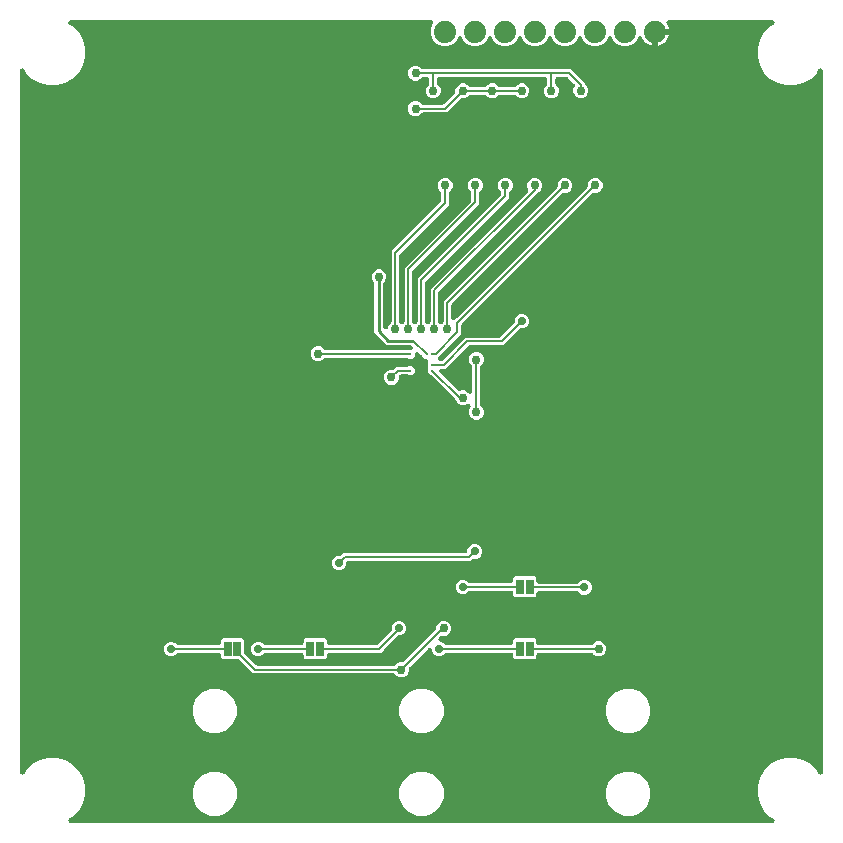
<source format=gbr>
G04 EAGLE Gerber RS-274X export*
G75*
%MOMM*%
%FSLAX34Y34*%
%LPD*%
%INBottom Copper*%
%IPPOS*%
%AMOC8*
5,1,8,0,0,1.08239X$1,22.5*%
G01*
%ADD10C,1.879600*%
%ADD11R,0.635000X1.270000*%
%ADD12C,0.700000*%
%ADD13C,0.750000*%
%ADD14C,0.250000*%
%ADD15C,0.600000*%
%ADD16C,0.152400*%
%ADD17C,0.254000*%
%ADD18C,0.200000*%

G36*
X647024Y10168D02*
X647024Y10168D01*
X647097Y10166D01*
X647224Y10188D01*
X647351Y10201D01*
X647422Y10222D01*
X647494Y10235D01*
X647613Y10281D01*
X647736Y10319D01*
X647801Y10354D01*
X647869Y10380D01*
X647977Y10449D01*
X648090Y10511D01*
X648147Y10557D01*
X648208Y10597D01*
X648301Y10686D01*
X648400Y10768D01*
X648445Y10825D01*
X648498Y10876D01*
X648572Y10982D01*
X648652Y11082D01*
X648686Y11147D01*
X648727Y11207D01*
X648778Y11325D01*
X648838Y11439D01*
X648858Y11510D01*
X648887Y11577D01*
X648913Y11703D01*
X648949Y11826D01*
X648955Y11899D01*
X648970Y11971D01*
X648971Y12099D01*
X648982Y12228D01*
X648973Y12300D01*
X648974Y12374D01*
X648950Y12500D01*
X648935Y12627D01*
X648912Y12697D01*
X648898Y12769D01*
X648850Y12888D01*
X648810Y13010D01*
X648774Y13074D01*
X648746Y13142D01*
X648675Y13249D01*
X648612Y13361D01*
X648564Y13416D01*
X648524Y13477D01*
X648433Y13568D01*
X648349Y13665D01*
X648291Y13710D01*
X648239Y13762D01*
X648100Y13859D01*
X648031Y13912D01*
X648001Y13927D01*
X647966Y13951D01*
X645516Y15366D01*
X640366Y20516D01*
X636724Y26823D01*
X634839Y33858D01*
X634839Y41142D01*
X636724Y48177D01*
X640366Y54484D01*
X645516Y59634D01*
X651823Y63276D01*
X658858Y65161D01*
X666142Y65161D01*
X673177Y63276D01*
X679484Y59634D01*
X684634Y54484D01*
X686049Y52034D01*
X686092Y51974D01*
X686127Y51910D01*
X686209Y51811D01*
X686284Y51707D01*
X686337Y51657D01*
X686384Y51600D01*
X686484Y51520D01*
X686579Y51432D01*
X686641Y51394D01*
X686698Y51348D01*
X686812Y51289D01*
X686922Y51222D01*
X686990Y51196D01*
X687055Y51162D01*
X687179Y51127D01*
X687299Y51083D01*
X687372Y51071D01*
X687442Y51051D01*
X687571Y51041D01*
X687697Y51021D01*
X687770Y51024D01*
X687844Y51018D01*
X687971Y51033D01*
X688100Y51039D01*
X688171Y51057D01*
X688243Y51065D01*
X688365Y51105D01*
X688490Y51136D01*
X688557Y51167D01*
X688626Y51190D01*
X688738Y51253D01*
X688854Y51308D01*
X688913Y51352D01*
X688977Y51388D01*
X689074Y51472D01*
X689177Y51549D01*
X689226Y51603D01*
X689282Y51651D01*
X689360Y51752D01*
X689446Y51848D01*
X689484Y51911D01*
X689528Y51969D01*
X689585Y52084D01*
X689651Y52195D01*
X689675Y52264D01*
X689708Y52330D01*
X689741Y52454D01*
X689783Y52575D01*
X689793Y52648D01*
X689812Y52718D01*
X689826Y52888D01*
X689838Y52974D01*
X689836Y53007D01*
X689839Y53049D01*
X689839Y646951D01*
X689832Y647024D01*
X689834Y647097D01*
X689812Y647224D01*
X689799Y647351D01*
X689778Y647422D01*
X689765Y647494D01*
X689719Y647613D01*
X689681Y647736D01*
X689646Y647801D01*
X689620Y647869D01*
X689551Y647977D01*
X689489Y648090D01*
X689443Y648147D01*
X689403Y648208D01*
X689314Y648301D01*
X689232Y648400D01*
X689175Y648445D01*
X689124Y648498D01*
X689018Y648572D01*
X688918Y648652D01*
X688853Y648686D01*
X688793Y648727D01*
X688675Y648778D01*
X688561Y648838D01*
X688490Y648858D01*
X688423Y648887D01*
X688297Y648913D01*
X688174Y648949D01*
X688101Y648955D01*
X688029Y648970D01*
X687901Y648971D01*
X687772Y648982D01*
X687700Y648973D01*
X687626Y648974D01*
X687500Y648950D01*
X687373Y648935D01*
X687303Y648912D01*
X687231Y648898D01*
X687112Y648850D01*
X686990Y648810D01*
X686926Y648774D01*
X686858Y648746D01*
X686751Y648675D01*
X686639Y648612D01*
X686584Y648564D01*
X686523Y648524D01*
X686432Y648433D01*
X686335Y648349D01*
X686290Y648291D01*
X686238Y648239D01*
X686141Y648100D01*
X686088Y648031D01*
X686073Y648001D01*
X686049Y647966D01*
X684634Y645516D01*
X679484Y640366D01*
X673177Y636724D01*
X666142Y634839D01*
X658858Y634839D01*
X651823Y636724D01*
X645516Y640366D01*
X640366Y645516D01*
X636724Y651823D01*
X634839Y658858D01*
X634839Y666142D01*
X636724Y673177D01*
X640366Y679484D01*
X645516Y684634D01*
X647966Y686049D01*
X648026Y686092D01*
X648090Y686127D01*
X648189Y686209D01*
X648293Y686284D01*
X648343Y686337D01*
X648400Y686384D01*
X648480Y686484D01*
X648568Y686579D01*
X648606Y686641D01*
X648652Y686698D01*
X648711Y686812D01*
X648778Y686922D01*
X648804Y686990D01*
X648838Y687055D01*
X648873Y687179D01*
X648917Y687299D01*
X648929Y687372D01*
X648949Y687442D01*
X648959Y687571D01*
X648979Y687697D01*
X648976Y687770D01*
X648982Y687844D01*
X648967Y687971D01*
X648961Y688100D01*
X648943Y688171D01*
X648935Y688243D01*
X648895Y688365D01*
X648864Y688490D01*
X648833Y688557D01*
X648810Y688626D01*
X648747Y688738D01*
X648692Y688854D01*
X648648Y688913D01*
X648612Y688977D01*
X648528Y689074D01*
X648451Y689177D01*
X648397Y689226D01*
X648349Y689282D01*
X648248Y689360D01*
X648152Y689446D01*
X648089Y689484D01*
X648031Y689528D01*
X647916Y689585D01*
X647805Y689651D01*
X647736Y689675D01*
X647670Y689708D01*
X647546Y689741D01*
X647425Y689783D01*
X647352Y689793D01*
X647282Y689812D01*
X647112Y689826D01*
X647026Y689838D01*
X646993Y689836D01*
X646951Y689839D01*
X559395Y689839D01*
X559344Y689834D01*
X559293Y689837D01*
X559144Y689814D01*
X558994Y689799D01*
X558946Y689784D01*
X558895Y689777D01*
X558753Y689725D01*
X558609Y689681D01*
X558565Y689657D01*
X558516Y689639D01*
X558388Y689561D01*
X558255Y689489D01*
X558216Y689457D01*
X558172Y689430D01*
X558062Y689328D01*
X557946Y689232D01*
X557914Y689192D01*
X557876Y689157D01*
X557788Y689035D01*
X557694Y688918D01*
X557670Y688873D01*
X557640Y688831D01*
X557578Y688694D01*
X557508Y688561D01*
X557494Y688512D01*
X557473Y688465D01*
X557439Y688318D01*
X557397Y688174D01*
X557393Y688123D01*
X557381Y688073D01*
X557376Y687922D01*
X557364Y687772D01*
X557370Y687722D01*
X557368Y687671D01*
X557393Y687522D01*
X557411Y687373D01*
X557427Y687324D01*
X557435Y687273D01*
X557489Y687133D01*
X557536Y686990D01*
X557561Y686945D01*
X557579Y686897D01*
X557699Y686700D01*
X557734Y686639D01*
X557743Y686629D01*
X557752Y686614D01*
X558011Y686257D01*
X558864Y684583D01*
X559445Y682796D01*
X559485Y682539D01*
X548308Y682539D01*
X548290Y682537D01*
X548273Y682539D01*
X548090Y682518D01*
X547908Y682499D01*
X547891Y682494D01*
X547873Y682492D01*
X547698Y682435D01*
X547523Y682381D01*
X547507Y682373D01*
X547490Y682367D01*
X547330Y682277D01*
X547169Y682189D01*
X547155Y682178D01*
X547139Y682169D01*
X547000Y682049D01*
X546859Y681932D01*
X546848Y681918D01*
X546835Y681906D01*
X546722Y681761D01*
X546607Y681618D01*
X546599Y681602D01*
X546588Y681588D01*
X546506Y681423D01*
X546466Y681347D01*
X546314Y681261D01*
X546152Y681173D01*
X546139Y681162D01*
X546123Y681153D01*
X545984Y681033D01*
X545843Y680915D01*
X545832Y680902D01*
X545818Y680890D01*
X545706Y680745D01*
X545591Y680602D01*
X545583Y680586D01*
X545572Y680572D01*
X545490Y680407D01*
X545405Y680244D01*
X545400Y680227D01*
X545392Y680211D01*
X545344Y680033D01*
X545294Y679858D01*
X545292Y679840D01*
X545288Y679823D01*
X545261Y679492D01*
X545261Y668315D01*
X545004Y668355D01*
X543217Y668936D01*
X541543Y669789D01*
X540022Y670894D01*
X538694Y672222D01*
X537589Y673743D01*
X536910Y675076D01*
X536839Y675187D01*
X536776Y675301D01*
X536730Y675356D01*
X536692Y675415D01*
X536601Y675509D01*
X536517Y675609D01*
X536461Y675654D01*
X536412Y675705D01*
X536304Y675779D01*
X536202Y675860D01*
X536139Y675893D01*
X536081Y675933D01*
X535960Y675985D01*
X535844Y676044D01*
X535776Y676064D01*
X535710Y676092D01*
X535582Y676118D01*
X535457Y676154D01*
X535386Y676159D01*
X535316Y676174D01*
X535185Y676175D01*
X535055Y676185D01*
X534985Y676177D01*
X534914Y676177D01*
X534785Y676152D01*
X534656Y676136D01*
X534588Y676114D01*
X534518Y676101D01*
X534397Y676051D01*
X534273Y676010D01*
X534212Y675975D01*
X534146Y675948D01*
X534037Y675875D01*
X533924Y675811D01*
X533870Y675764D01*
X533811Y675724D01*
X533719Y675632D01*
X533620Y675546D01*
X533577Y675490D01*
X533527Y675439D01*
X533454Y675330D01*
X533375Y675227D01*
X533337Y675154D01*
X533304Y675104D01*
X533275Y675033D01*
X533223Y674932D01*
X532521Y673237D01*
X529163Y669879D01*
X524775Y668061D01*
X520025Y668061D01*
X515637Y669879D01*
X512279Y673237D01*
X511577Y674933D01*
X511572Y674940D01*
X511570Y674949D01*
X511477Y675119D01*
X511386Y675287D01*
X511381Y675294D01*
X511376Y675302D01*
X511252Y675451D01*
X511130Y675598D01*
X511123Y675603D01*
X511117Y675610D01*
X510966Y675731D01*
X510817Y675852D01*
X510810Y675856D01*
X510802Y675861D01*
X510630Y675950D01*
X510461Y676039D01*
X510452Y676041D01*
X510444Y676045D01*
X510260Y676097D01*
X510074Y676152D01*
X510065Y676152D01*
X510057Y676155D01*
X509866Y676170D01*
X509673Y676186D01*
X509664Y676185D01*
X509656Y676186D01*
X509464Y676163D01*
X509273Y676141D01*
X509265Y676138D01*
X509256Y676137D01*
X509074Y676077D01*
X508890Y676018D01*
X508882Y676014D01*
X508874Y676011D01*
X508708Y675916D01*
X508538Y675822D01*
X508532Y675816D01*
X508524Y675811D01*
X508380Y675686D01*
X508233Y675560D01*
X508227Y675553D01*
X508220Y675547D01*
X508103Y675395D01*
X507984Y675243D01*
X507980Y675235D01*
X507975Y675228D01*
X507823Y674933D01*
X507121Y673237D01*
X503763Y669879D01*
X499375Y668061D01*
X494625Y668061D01*
X490237Y669879D01*
X486879Y673237D01*
X486177Y674933D01*
X486172Y674940D01*
X486170Y674949D01*
X486077Y675119D01*
X485986Y675287D01*
X485981Y675294D01*
X485976Y675302D01*
X485852Y675451D01*
X485730Y675598D01*
X485723Y675603D01*
X485717Y675610D01*
X485566Y675731D01*
X485417Y675852D01*
X485410Y675856D01*
X485402Y675861D01*
X485230Y675950D01*
X485061Y676039D01*
X485052Y676041D01*
X485044Y676045D01*
X484860Y676097D01*
X484674Y676152D01*
X484665Y676152D01*
X484657Y676155D01*
X484466Y676170D01*
X484273Y676186D01*
X484264Y676185D01*
X484256Y676186D01*
X484064Y676163D01*
X483873Y676141D01*
X483865Y676138D01*
X483856Y676137D01*
X483674Y676077D01*
X483490Y676018D01*
X483482Y676014D01*
X483474Y676011D01*
X483308Y675916D01*
X483138Y675822D01*
X483132Y675816D01*
X483124Y675811D01*
X482980Y675686D01*
X482833Y675560D01*
X482827Y675553D01*
X482820Y675547D01*
X482703Y675395D01*
X482584Y675243D01*
X482580Y675235D01*
X482575Y675228D01*
X482423Y674933D01*
X481721Y673237D01*
X478363Y669879D01*
X473975Y668061D01*
X469225Y668061D01*
X464837Y669879D01*
X461479Y673237D01*
X460777Y674933D01*
X460772Y674940D01*
X460770Y674949D01*
X460677Y675119D01*
X460586Y675287D01*
X460581Y675294D01*
X460576Y675302D01*
X460452Y675451D01*
X460330Y675598D01*
X460323Y675603D01*
X460317Y675610D01*
X460166Y675731D01*
X460017Y675852D01*
X460010Y675856D01*
X460002Y675861D01*
X459830Y675950D01*
X459661Y676039D01*
X459652Y676041D01*
X459644Y676045D01*
X459460Y676097D01*
X459274Y676152D01*
X459265Y676152D01*
X459257Y676155D01*
X459066Y676170D01*
X458873Y676186D01*
X458864Y676185D01*
X458856Y676186D01*
X458664Y676163D01*
X458473Y676141D01*
X458465Y676138D01*
X458456Y676137D01*
X458274Y676077D01*
X458090Y676018D01*
X458082Y676014D01*
X458074Y676011D01*
X457908Y675916D01*
X457738Y675822D01*
X457732Y675816D01*
X457724Y675811D01*
X457580Y675686D01*
X457433Y675560D01*
X457427Y675553D01*
X457420Y675547D01*
X457303Y675395D01*
X457184Y675243D01*
X457180Y675235D01*
X457175Y675228D01*
X457023Y674933D01*
X456321Y673237D01*
X452963Y669879D01*
X448575Y668061D01*
X443825Y668061D01*
X439437Y669879D01*
X436079Y673237D01*
X435377Y674933D01*
X435372Y674940D01*
X435370Y674949D01*
X435277Y675119D01*
X435186Y675287D01*
X435181Y675294D01*
X435176Y675302D01*
X435052Y675451D01*
X434930Y675598D01*
X434923Y675603D01*
X434917Y675610D01*
X434766Y675731D01*
X434617Y675852D01*
X434610Y675856D01*
X434602Y675861D01*
X434430Y675950D01*
X434261Y676039D01*
X434252Y676041D01*
X434244Y676045D01*
X434060Y676097D01*
X433874Y676152D01*
X433865Y676152D01*
X433857Y676155D01*
X433666Y676170D01*
X433473Y676186D01*
X433464Y676185D01*
X433456Y676186D01*
X433264Y676163D01*
X433073Y676141D01*
X433065Y676138D01*
X433056Y676137D01*
X432874Y676077D01*
X432690Y676018D01*
X432682Y676014D01*
X432674Y676011D01*
X432508Y675916D01*
X432338Y675822D01*
X432332Y675816D01*
X432324Y675811D01*
X432180Y675686D01*
X432033Y675560D01*
X432027Y675553D01*
X432020Y675547D01*
X431903Y675395D01*
X431784Y675243D01*
X431780Y675235D01*
X431775Y675228D01*
X431623Y674933D01*
X430921Y673237D01*
X427563Y669879D01*
X423175Y668061D01*
X418425Y668061D01*
X414037Y669879D01*
X410679Y673237D01*
X409977Y674933D01*
X409972Y674940D01*
X409970Y674949D01*
X409877Y675119D01*
X409786Y675287D01*
X409781Y675294D01*
X409776Y675302D01*
X409652Y675451D01*
X409530Y675598D01*
X409523Y675603D01*
X409517Y675610D01*
X409366Y675731D01*
X409217Y675852D01*
X409210Y675856D01*
X409202Y675861D01*
X409030Y675950D01*
X408861Y676039D01*
X408852Y676041D01*
X408844Y676045D01*
X408660Y676097D01*
X408474Y676152D01*
X408465Y676152D01*
X408457Y676155D01*
X408266Y676170D01*
X408073Y676186D01*
X408064Y676185D01*
X408056Y676186D01*
X407864Y676163D01*
X407673Y676141D01*
X407665Y676138D01*
X407656Y676137D01*
X407474Y676077D01*
X407290Y676018D01*
X407282Y676014D01*
X407274Y676011D01*
X407108Y675916D01*
X406938Y675822D01*
X406932Y675816D01*
X406924Y675811D01*
X406780Y675686D01*
X406633Y675560D01*
X406627Y675553D01*
X406620Y675547D01*
X406503Y675395D01*
X406384Y675243D01*
X406380Y675235D01*
X406375Y675228D01*
X406223Y674933D01*
X405521Y673237D01*
X402163Y669879D01*
X397775Y668061D01*
X393025Y668061D01*
X388637Y669879D01*
X385279Y673237D01*
X384577Y674933D01*
X384572Y674940D01*
X384570Y674949D01*
X384477Y675119D01*
X384386Y675287D01*
X384381Y675294D01*
X384376Y675302D01*
X384252Y675451D01*
X384130Y675598D01*
X384123Y675603D01*
X384117Y675610D01*
X383966Y675731D01*
X383817Y675852D01*
X383810Y675856D01*
X383802Y675861D01*
X383630Y675950D01*
X383461Y676039D01*
X383452Y676041D01*
X383444Y676045D01*
X383260Y676097D01*
X383074Y676152D01*
X383065Y676152D01*
X383057Y676155D01*
X382866Y676170D01*
X382673Y676186D01*
X382664Y676185D01*
X382656Y676186D01*
X382464Y676163D01*
X382273Y676141D01*
X382265Y676138D01*
X382256Y676137D01*
X382074Y676077D01*
X381890Y676018D01*
X381882Y676014D01*
X381874Y676011D01*
X381708Y675916D01*
X381538Y675822D01*
X381532Y675816D01*
X381524Y675811D01*
X381380Y675686D01*
X381233Y675560D01*
X381227Y675553D01*
X381220Y675547D01*
X381103Y675395D01*
X380984Y675243D01*
X380980Y675235D01*
X380975Y675228D01*
X380823Y674933D01*
X380121Y673237D01*
X376763Y669879D01*
X372375Y668061D01*
X367625Y668061D01*
X363237Y669879D01*
X359879Y673237D01*
X358061Y677625D01*
X358061Y682375D01*
X359990Y687031D01*
X359994Y687044D01*
X360000Y687055D01*
X360052Y687235D01*
X360106Y687416D01*
X360108Y687429D01*
X360111Y687442D01*
X360127Y687630D01*
X360144Y687817D01*
X360143Y687830D01*
X360144Y687844D01*
X360122Y688030D01*
X360103Y688217D01*
X360099Y688230D01*
X360097Y688243D01*
X360039Y688422D01*
X359983Y688602D01*
X359977Y688613D01*
X359972Y688626D01*
X359880Y688790D01*
X359790Y688955D01*
X359781Y688965D01*
X359774Y688977D01*
X359652Y689119D01*
X359531Y689263D01*
X359520Y689271D01*
X359511Y689282D01*
X359363Y689396D01*
X359216Y689514D01*
X359204Y689520D01*
X359193Y689528D01*
X359025Y689612D01*
X358858Y689698D01*
X358845Y689702D01*
X358833Y689708D01*
X358650Y689757D01*
X358470Y689808D01*
X358457Y689809D01*
X358444Y689812D01*
X358113Y689839D01*
X53049Y689839D01*
X52976Y689832D01*
X52903Y689834D01*
X52776Y689812D01*
X52649Y689799D01*
X52578Y689778D01*
X52506Y689765D01*
X52387Y689719D01*
X52264Y689681D01*
X52199Y689646D01*
X52131Y689620D01*
X52023Y689551D01*
X51910Y689489D01*
X51853Y689443D01*
X51792Y689403D01*
X51699Y689314D01*
X51600Y689232D01*
X51555Y689175D01*
X51502Y689124D01*
X51428Y689018D01*
X51348Y688918D01*
X51314Y688853D01*
X51273Y688793D01*
X51222Y688675D01*
X51162Y688561D01*
X51142Y688490D01*
X51113Y688423D01*
X51087Y688297D01*
X51051Y688174D01*
X51045Y688101D01*
X51030Y688029D01*
X51029Y687901D01*
X51018Y687772D01*
X51027Y687700D01*
X51026Y687626D01*
X51050Y687500D01*
X51065Y687373D01*
X51088Y687303D01*
X51102Y687231D01*
X51150Y687112D01*
X51190Y686990D01*
X51226Y686926D01*
X51254Y686858D01*
X51325Y686751D01*
X51388Y686639D01*
X51436Y686584D01*
X51476Y686523D01*
X51567Y686432D01*
X51651Y686335D01*
X51709Y686290D01*
X51761Y686238D01*
X51900Y686141D01*
X51969Y686088D01*
X51999Y686073D01*
X52034Y686049D01*
X54484Y684634D01*
X59634Y679484D01*
X63276Y673177D01*
X65161Y666142D01*
X65161Y658858D01*
X63276Y651823D01*
X59634Y645516D01*
X54484Y640366D01*
X48177Y636724D01*
X41142Y634839D01*
X33858Y634839D01*
X26823Y636724D01*
X20516Y640366D01*
X15366Y645516D01*
X13951Y647966D01*
X13908Y648026D01*
X13873Y648090D01*
X13791Y648189D01*
X13716Y648293D01*
X13663Y648343D01*
X13616Y648400D01*
X13516Y648480D01*
X13421Y648568D01*
X13359Y648606D01*
X13302Y648652D01*
X13188Y648711D01*
X13078Y648778D01*
X13010Y648804D01*
X12945Y648838D01*
X12821Y648873D01*
X12701Y648917D01*
X12628Y648929D01*
X12558Y648949D01*
X12429Y648959D01*
X12303Y648979D01*
X12230Y648976D01*
X12156Y648982D01*
X12029Y648967D01*
X11900Y648961D01*
X11829Y648943D01*
X11757Y648935D01*
X11635Y648895D01*
X11510Y648864D01*
X11443Y648833D01*
X11374Y648810D01*
X11262Y648747D01*
X11146Y648692D01*
X11087Y648648D01*
X11023Y648612D01*
X10926Y648528D01*
X10823Y648451D01*
X10774Y648397D01*
X10718Y648349D01*
X10640Y648248D01*
X10554Y648152D01*
X10516Y648089D01*
X10472Y648031D01*
X10415Y647916D01*
X10349Y647805D01*
X10325Y647736D01*
X10292Y647670D01*
X10259Y647546D01*
X10217Y647425D01*
X10207Y647352D01*
X10188Y647282D01*
X10174Y647112D01*
X10162Y647026D01*
X10164Y646993D01*
X10161Y646951D01*
X10161Y53049D01*
X10168Y52976D01*
X10166Y52903D01*
X10188Y52776D01*
X10201Y52649D01*
X10222Y52578D01*
X10235Y52506D01*
X10281Y52387D01*
X10319Y52264D01*
X10354Y52199D01*
X10380Y52131D01*
X10449Y52023D01*
X10511Y51910D01*
X10557Y51853D01*
X10597Y51792D01*
X10686Y51699D01*
X10768Y51600D01*
X10825Y51555D01*
X10876Y51502D01*
X10982Y51428D01*
X11082Y51348D01*
X11147Y51314D01*
X11207Y51273D01*
X11325Y51222D01*
X11439Y51162D01*
X11510Y51142D01*
X11577Y51113D01*
X11703Y51087D01*
X11826Y51051D01*
X11899Y51045D01*
X11971Y51030D01*
X12099Y51029D01*
X12228Y51018D01*
X12300Y51027D01*
X12374Y51026D01*
X12500Y51050D01*
X12627Y51065D01*
X12697Y51088D01*
X12769Y51102D01*
X12888Y51150D01*
X13010Y51190D01*
X13074Y51226D01*
X13142Y51254D01*
X13249Y51325D01*
X13361Y51388D01*
X13416Y51436D01*
X13477Y51476D01*
X13568Y51567D01*
X13665Y51651D01*
X13710Y51709D01*
X13762Y51761D01*
X13859Y51900D01*
X13912Y51969D01*
X13927Y51999D01*
X13951Y52034D01*
X15366Y54484D01*
X20516Y59634D01*
X26823Y63276D01*
X33858Y65161D01*
X41142Y65161D01*
X48177Y63276D01*
X54484Y59634D01*
X59634Y54484D01*
X63276Y48177D01*
X65161Y41142D01*
X65161Y33858D01*
X63276Y26823D01*
X59634Y20516D01*
X54484Y15366D01*
X52034Y13951D01*
X51974Y13908D01*
X51910Y13873D01*
X51811Y13791D01*
X51707Y13716D01*
X51657Y13663D01*
X51600Y13616D01*
X51520Y13516D01*
X51432Y13421D01*
X51394Y13359D01*
X51348Y13302D01*
X51289Y13188D01*
X51222Y13078D01*
X51196Y13010D01*
X51162Y12945D01*
X51127Y12821D01*
X51083Y12701D01*
X51071Y12628D01*
X51051Y12558D01*
X51041Y12429D01*
X51021Y12303D01*
X51024Y12230D01*
X51018Y12156D01*
X51033Y12029D01*
X51039Y11900D01*
X51057Y11829D01*
X51065Y11757D01*
X51105Y11635D01*
X51136Y11510D01*
X51167Y11443D01*
X51190Y11374D01*
X51253Y11262D01*
X51308Y11146D01*
X51352Y11087D01*
X51388Y11023D01*
X51472Y10926D01*
X51549Y10823D01*
X51603Y10774D01*
X51651Y10718D01*
X51752Y10640D01*
X51848Y10554D01*
X51911Y10516D01*
X51969Y10472D01*
X52084Y10415D01*
X52195Y10349D01*
X52264Y10325D01*
X52330Y10292D01*
X52454Y10259D01*
X52575Y10217D01*
X52648Y10207D01*
X52718Y10188D01*
X52888Y10174D01*
X52974Y10162D01*
X53007Y10164D01*
X53049Y10161D01*
X646951Y10161D01*
X647024Y10168D01*
G37*
%LPC*%
G36*
X395249Y351709D02*
X395249Y351709D01*
X392937Y352667D01*
X391167Y354437D01*
X390209Y356749D01*
X390209Y359251D01*
X391182Y361599D01*
X391216Y361642D01*
X391340Y361793D01*
X391342Y361797D01*
X391345Y361801D01*
X391434Y361971D01*
X391529Y362149D01*
X391530Y362153D01*
X391532Y362157D01*
X391587Y362343D01*
X391644Y362535D01*
X391644Y362539D01*
X391645Y362544D01*
X391662Y362734D01*
X391680Y362936D01*
X391680Y362940D01*
X391680Y362945D01*
X391659Y363134D01*
X391637Y363336D01*
X391635Y363340D01*
X391635Y363345D01*
X391575Y363530D01*
X391515Y363720D01*
X391513Y363724D01*
X391512Y363728D01*
X391415Y363901D01*
X391320Y364072D01*
X391318Y364076D01*
X391315Y364080D01*
X391187Y364230D01*
X391060Y364379D01*
X391056Y364382D01*
X391053Y364385D01*
X390897Y364508D01*
X390744Y364629D01*
X390740Y364631D01*
X390736Y364634D01*
X390560Y364722D01*
X390385Y364811D01*
X390381Y364812D01*
X390377Y364814D01*
X390188Y364866D01*
X389997Y364919D01*
X389993Y364919D01*
X389988Y364921D01*
X389791Y364934D01*
X389596Y364949D01*
X389591Y364948D01*
X389587Y364948D01*
X389391Y364923D01*
X389196Y364898D01*
X389192Y364897D01*
X389188Y364896D01*
X388872Y364795D01*
X386251Y363709D01*
X383749Y363709D01*
X381437Y364667D01*
X379667Y366437D01*
X378601Y369009D01*
X378587Y369037D01*
X378577Y369066D01*
X378492Y369214D01*
X378411Y369364D01*
X378391Y369388D01*
X378376Y369415D01*
X378161Y369668D01*
X359015Y388814D01*
X358994Y388831D01*
X358977Y388852D01*
X358839Y388959D01*
X358703Y389069D01*
X358680Y389082D01*
X358659Y389098D01*
X358502Y389176D01*
X358348Y389258D01*
X358322Y389266D01*
X358298Y389278D01*
X358129Y389323D01*
X357962Y389373D01*
X357935Y389375D01*
X357909Y389382D01*
X357743Y389396D01*
X355509Y391630D01*
X355509Y395142D01*
X355561Y395317D01*
X355563Y395335D01*
X355568Y395352D01*
X355581Y395535D01*
X355598Y395718D01*
X355596Y395736D01*
X355597Y395754D01*
X355574Y395935D01*
X355554Y396118D01*
X355549Y396135D01*
X355547Y396153D01*
X355509Y396264D01*
X355509Y399821D01*
X355536Y399853D01*
X355540Y399861D01*
X355546Y399868D01*
X355634Y400038D01*
X355724Y400209D01*
X355727Y400217D01*
X355731Y400225D01*
X355785Y400411D01*
X355839Y400595D01*
X355840Y400604D01*
X355843Y400612D01*
X355858Y400804D01*
X355876Y400996D01*
X355875Y401005D01*
X355875Y401014D01*
X355853Y401204D01*
X355832Y401396D01*
X355830Y401405D01*
X355829Y401413D01*
X355769Y401596D01*
X355711Y401780D01*
X355706Y401788D01*
X355704Y401796D01*
X355609Y401963D01*
X355516Y402132D01*
X355510Y402139D01*
X355506Y402147D01*
X355380Y402292D01*
X355256Y402439D01*
X355248Y402445D01*
X355243Y402452D01*
X355090Y402570D01*
X354940Y402689D01*
X354932Y402693D01*
X354925Y402698D01*
X354751Y402785D01*
X354581Y402871D01*
X354572Y402874D01*
X354564Y402878D01*
X354377Y402928D01*
X354193Y402979D01*
X354184Y402980D01*
X354175Y402982D01*
X353845Y403009D01*
X352730Y403009D01*
X350415Y405325D01*
X350402Y405361D01*
X350351Y405528D01*
X350339Y405551D01*
X350330Y405576D01*
X350243Y405728D01*
X350159Y405882D01*
X350142Y405902D01*
X350129Y405925D01*
X349914Y406178D01*
X347958Y408134D01*
X347951Y408140D01*
X347946Y408147D01*
X347796Y408267D01*
X347647Y408389D01*
X347639Y408394D01*
X347632Y408399D01*
X347462Y408488D01*
X347291Y408578D01*
X347282Y408581D01*
X347275Y408585D01*
X347090Y408638D01*
X346905Y408693D01*
X346896Y408694D01*
X346888Y408696D01*
X346697Y408712D01*
X346504Y408729D01*
X346495Y408728D01*
X346486Y408729D01*
X346297Y408707D01*
X346104Y408686D01*
X346095Y408683D01*
X346087Y408682D01*
X345905Y408623D01*
X345720Y408564D01*
X345712Y408560D01*
X345704Y408557D01*
X345537Y408463D01*
X345368Y408370D01*
X345361Y408364D01*
X345353Y408359D01*
X345208Y408234D01*
X345061Y408109D01*
X345055Y408102D01*
X345048Y408096D01*
X344932Y407946D01*
X344811Y407793D01*
X344807Y407785D01*
X344802Y407778D01*
X344716Y407607D01*
X344629Y407434D01*
X344626Y407426D01*
X344622Y407418D01*
X344572Y407232D01*
X344521Y407046D01*
X344520Y407037D01*
X344518Y407029D01*
X344491Y406698D01*
X344491Y405230D01*
X342270Y403009D01*
X339130Y403009D01*
X339037Y403102D01*
X339016Y403119D01*
X338999Y403140D01*
X338861Y403247D01*
X338725Y403357D01*
X338702Y403370D01*
X338680Y403386D01*
X338524Y403464D01*
X338370Y403546D01*
X338344Y403554D01*
X338320Y403566D01*
X338151Y403611D01*
X337984Y403661D01*
X337957Y403663D01*
X337931Y403670D01*
X337600Y403697D01*
X268435Y403697D01*
X268409Y403695D01*
X268382Y403697D01*
X268208Y403675D01*
X268034Y403657D01*
X268009Y403650D01*
X267982Y403646D01*
X267817Y403591D01*
X267650Y403539D01*
X267626Y403526D01*
X267601Y403518D01*
X267449Y403431D01*
X267296Y403347D01*
X267275Y403330D01*
X267252Y403317D01*
X266999Y403102D01*
X266063Y402167D01*
X263751Y401209D01*
X261249Y401209D01*
X258937Y402167D01*
X257167Y403937D01*
X256209Y406249D01*
X256209Y408751D01*
X257167Y411063D01*
X258937Y412833D01*
X261249Y413791D01*
X263751Y413791D01*
X266063Y412833D01*
X267999Y410898D01*
X268013Y410886D01*
X268023Y410875D01*
X268029Y410870D01*
X268037Y410860D01*
X268175Y410753D01*
X268310Y410643D01*
X268334Y410630D01*
X268355Y410614D01*
X268512Y410536D01*
X268666Y410454D01*
X268692Y410446D01*
X268716Y410434D01*
X268885Y410389D01*
X269052Y410339D01*
X269079Y410337D01*
X269104Y410330D01*
X269435Y410303D01*
X338000Y410303D01*
X338027Y410305D01*
X338054Y410303D01*
X338228Y410325D01*
X338401Y410343D01*
X338427Y410350D01*
X338453Y410354D01*
X338619Y410409D01*
X338786Y410461D01*
X338810Y410474D01*
X338835Y410482D01*
X338987Y410569D01*
X339026Y410591D01*
X340598Y410591D01*
X340607Y410592D01*
X340617Y410591D01*
X340808Y410612D01*
X340999Y410631D01*
X341008Y410633D01*
X341017Y410634D01*
X341200Y410692D01*
X341384Y410749D01*
X341392Y410753D01*
X341401Y410756D01*
X341568Y410849D01*
X341738Y410941D01*
X341745Y410946D01*
X341753Y410951D01*
X341900Y411076D01*
X342047Y411198D01*
X342053Y411206D01*
X342060Y411212D01*
X342179Y411362D01*
X342299Y411512D01*
X342304Y411520D01*
X342309Y411528D01*
X342397Y411699D01*
X342485Y411869D01*
X342487Y411878D01*
X342492Y411887D01*
X342543Y412073D01*
X342596Y412256D01*
X342597Y412266D01*
X342599Y412275D01*
X342613Y412467D01*
X342629Y412658D01*
X342628Y412667D01*
X342629Y412676D01*
X342604Y412867D01*
X342582Y413057D01*
X342579Y413066D01*
X342578Y413076D01*
X342517Y413257D01*
X342457Y413440D01*
X342453Y413448D01*
X342450Y413457D01*
X342354Y413623D01*
X342259Y413791D01*
X342253Y413798D01*
X342249Y413806D01*
X342034Y414059D01*
X341998Y414095D01*
X341977Y414112D01*
X341960Y414132D01*
X341822Y414239D01*
X341686Y414350D01*
X341663Y414362D01*
X341642Y414378D01*
X341485Y414456D01*
X341330Y414538D01*
X341305Y414546D01*
X341281Y414558D01*
X341112Y414603D01*
X340944Y414653D01*
X340918Y414655D01*
X340893Y414662D01*
X340562Y414689D01*
X320422Y414689D01*
X310189Y424922D01*
X310189Y466573D01*
X310187Y466599D01*
X310189Y466626D01*
X310167Y466800D01*
X310149Y466974D01*
X310142Y466999D01*
X310138Y467026D01*
X310083Y467191D01*
X310031Y467358D01*
X310018Y467382D01*
X310010Y467407D01*
X309923Y467559D01*
X309839Y467712D01*
X309822Y467733D01*
X309809Y467756D01*
X309594Y468009D01*
X308667Y468937D01*
X307709Y471249D01*
X307709Y473751D01*
X308667Y476063D01*
X310437Y477833D01*
X312749Y478791D01*
X315251Y478791D01*
X317563Y477833D01*
X319333Y476063D01*
X320291Y473751D01*
X320291Y471249D01*
X319333Y468937D01*
X318406Y468009D01*
X318389Y467988D01*
X318368Y467971D01*
X318261Y467833D01*
X318151Y467698D01*
X318138Y467674D01*
X318122Y467653D01*
X318044Y467496D01*
X317962Y467342D01*
X317954Y467316D01*
X317942Y467292D01*
X317897Y467123D01*
X317847Y466956D01*
X317845Y466929D01*
X317838Y466904D01*
X317811Y466573D01*
X317811Y430051D01*
X317811Y430047D01*
X317811Y430042D01*
X317831Y429848D01*
X317851Y429651D01*
X317852Y429646D01*
X317852Y429642D01*
X317911Y429454D01*
X317969Y429266D01*
X317971Y429262D01*
X317972Y429257D01*
X318068Y429083D01*
X318161Y428912D01*
X318163Y428908D01*
X318166Y428904D01*
X318294Y428751D01*
X318418Y428602D01*
X318422Y428600D01*
X318425Y428596D01*
X318579Y428473D01*
X318732Y428350D01*
X318736Y428348D01*
X318739Y428345D01*
X318914Y428256D01*
X319089Y428165D01*
X319094Y428163D01*
X319098Y428161D01*
X319285Y428108D01*
X319476Y428053D01*
X319481Y428053D01*
X319485Y428052D01*
X319678Y428037D01*
X319878Y428020D01*
X319882Y428021D01*
X319886Y428020D01*
X320080Y428044D01*
X320277Y428067D01*
X320282Y428069D01*
X320286Y428069D01*
X320471Y428130D01*
X320660Y428192D01*
X320664Y428194D01*
X320668Y428196D01*
X320837Y428292D01*
X321011Y428390D01*
X321014Y428393D01*
X321018Y428395D01*
X321167Y428525D01*
X321315Y428653D01*
X321318Y428657D01*
X321322Y428660D01*
X321444Y428818D01*
X321562Y428971D01*
X321564Y428975D01*
X321567Y428979D01*
X321719Y429274D01*
X322667Y431563D01*
X324102Y432999D01*
X324119Y433020D01*
X324140Y433037D01*
X324247Y433175D01*
X324357Y433310D01*
X324370Y433334D01*
X324386Y433355D01*
X324464Y433512D01*
X324546Y433666D01*
X324554Y433692D01*
X324566Y433716D01*
X324611Y433885D01*
X324661Y434052D01*
X324663Y434079D01*
X324670Y434104D01*
X324697Y434435D01*
X324697Y494368D01*
X366102Y535773D01*
X366119Y535794D01*
X366140Y535811D01*
X366247Y535949D01*
X366357Y536085D01*
X366370Y536108D01*
X366386Y536129D01*
X366464Y536286D01*
X366546Y536440D01*
X366554Y536466D01*
X366566Y536490D01*
X366611Y536659D01*
X366661Y536826D01*
X366663Y536853D01*
X366670Y536879D01*
X366697Y537209D01*
X366697Y543565D01*
X366695Y543591D01*
X366697Y543618D01*
X366675Y543792D01*
X366657Y543966D01*
X366650Y543991D01*
X366646Y544018D01*
X366591Y544183D01*
X366539Y544350D01*
X366526Y544374D01*
X366518Y544399D01*
X366431Y544551D01*
X366347Y544704D01*
X366330Y544725D01*
X366317Y544748D01*
X366102Y545001D01*
X364667Y546437D01*
X363709Y548749D01*
X363709Y551251D01*
X364667Y553563D01*
X366437Y555333D01*
X368749Y556291D01*
X371251Y556291D01*
X373563Y555333D01*
X375333Y553563D01*
X376291Y551251D01*
X376291Y548749D01*
X375333Y546437D01*
X373898Y545001D01*
X373881Y544980D01*
X373860Y544963D01*
X373753Y544825D01*
X373643Y544690D01*
X373630Y544666D01*
X373614Y544645D01*
X373536Y544488D01*
X373454Y544334D01*
X373446Y544308D01*
X373434Y544284D01*
X373389Y544115D01*
X373339Y543948D01*
X373337Y543921D01*
X373330Y543896D01*
X373303Y543565D01*
X373303Y533632D01*
X331898Y492227D01*
X331881Y492206D01*
X331860Y492189D01*
X331753Y492051D01*
X331643Y491915D01*
X331630Y491892D01*
X331614Y491871D01*
X331536Y491714D01*
X331454Y491560D01*
X331446Y491534D01*
X331434Y491510D01*
X331389Y491341D01*
X331339Y491174D01*
X331337Y491147D01*
X331330Y491121D01*
X331303Y490791D01*
X331303Y434435D01*
X331305Y434409D01*
X331303Y434382D01*
X331325Y434208D01*
X331343Y434034D01*
X331350Y434009D01*
X331354Y433983D01*
X331409Y433817D01*
X331461Y433650D01*
X331473Y433626D01*
X331482Y433601D01*
X331569Y433449D01*
X331653Y433296D01*
X331670Y433275D01*
X331683Y433252D01*
X331898Y432999D01*
X332064Y432833D01*
X332077Y432822D01*
X332089Y432808D01*
X332233Y432694D01*
X332375Y432578D01*
X332391Y432569D01*
X332405Y432558D01*
X332569Y432475D01*
X332731Y432389D01*
X332748Y432384D01*
X332764Y432376D01*
X332941Y432327D01*
X333117Y432274D01*
X333134Y432273D01*
X333152Y432268D01*
X333335Y432255D01*
X333518Y432238D01*
X333535Y432240D01*
X333553Y432239D01*
X333735Y432261D01*
X333918Y432281D01*
X333935Y432287D01*
X333953Y432289D01*
X334127Y432347D01*
X334302Y432403D01*
X334317Y432411D01*
X334334Y432417D01*
X334493Y432509D01*
X334654Y432598D01*
X334668Y432609D01*
X334683Y432618D01*
X334936Y432833D01*
X335102Y432999D01*
X335119Y433020D01*
X335140Y433037D01*
X335247Y433175D01*
X335357Y433310D01*
X335370Y433334D01*
X335386Y433355D01*
X335464Y433512D01*
X335546Y433666D01*
X335554Y433692D01*
X335566Y433716D01*
X335611Y433885D01*
X335661Y434052D01*
X335663Y434079D01*
X335670Y434104D01*
X335697Y434435D01*
X335697Y480368D01*
X391602Y536273D01*
X391619Y536294D01*
X391640Y536311D01*
X391747Y536449D01*
X391857Y536585D01*
X391870Y536608D01*
X391886Y536629D01*
X391964Y536786D01*
X392046Y536940D01*
X392054Y536966D01*
X392066Y536990D01*
X392111Y537159D01*
X392161Y537326D01*
X392163Y537353D01*
X392170Y537379D01*
X392197Y537709D01*
X392197Y543565D01*
X392195Y543591D01*
X392197Y543618D01*
X392175Y543792D01*
X392157Y543966D01*
X392150Y543991D01*
X392146Y544018D01*
X392091Y544183D01*
X392039Y544350D01*
X392026Y544374D01*
X392018Y544399D01*
X391931Y544551D01*
X391847Y544704D01*
X391830Y544725D01*
X391817Y544748D01*
X391602Y545001D01*
X390167Y546437D01*
X389209Y548749D01*
X389209Y551251D01*
X390167Y553563D01*
X391937Y555333D01*
X394249Y556291D01*
X396751Y556291D01*
X399063Y555333D01*
X400833Y553563D01*
X401791Y551251D01*
X401791Y548749D01*
X400833Y546437D01*
X399398Y545001D01*
X399381Y544980D01*
X399360Y544963D01*
X399253Y544825D01*
X399143Y544690D01*
X399130Y544666D01*
X399114Y544645D01*
X399036Y544488D01*
X398954Y544334D01*
X398946Y544308D01*
X398934Y544284D01*
X398889Y544115D01*
X398839Y543948D01*
X398837Y543921D01*
X398830Y543896D01*
X398803Y543565D01*
X398803Y534132D01*
X342898Y478227D01*
X342881Y478206D01*
X342860Y478189D01*
X342753Y478051D01*
X342643Y477915D01*
X342630Y477892D01*
X342614Y477871D01*
X342536Y477714D01*
X342454Y477560D01*
X342446Y477534D01*
X342434Y477510D01*
X342389Y477341D01*
X342339Y477174D01*
X342337Y477147D01*
X342330Y477121D01*
X342303Y476791D01*
X342303Y434435D01*
X342305Y434409D01*
X342303Y434382D01*
X342325Y434208D01*
X342343Y434034D01*
X342350Y434009D01*
X342354Y433983D01*
X342409Y433817D01*
X342461Y433650D01*
X342473Y433626D01*
X342482Y433601D01*
X342569Y433449D01*
X342653Y433296D01*
X342670Y433275D01*
X342683Y433252D01*
X342898Y432999D01*
X343064Y432833D01*
X343077Y432822D01*
X343089Y432808D01*
X343233Y432694D01*
X343375Y432578D01*
X343391Y432569D01*
X343405Y432558D01*
X343569Y432475D01*
X343731Y432389D01*
X343748Y432384D01*
X343764Y432376D01*
X343941Y432327D01*
X344117Y432274D01*
X344134Y432273D01*
X344152Y432268D01*
X344335Y432255D01*
X344518Y432238D01*
X344535Y432240D01*
X344553Y432239D01*
X344735Y432261D01*
X344918Y432281D01*
X344935Y432287D01*
X344953Y432289D01*
X345127Y432347D01*
X345302Y432403D01*
X345317Y432411D01*
X345334Y432417D01*
X345493Y432509D01*
X345654Y432598D01*
X345668Y432609D01*
X345683Y432618D01*
X345936Y432833D01*
X346102Y432999D01*
X346119Y433020D01*
X346140Y433037D01*
X346247Y433175D01*
X346357Y433310D01*
X346370Y433334D01*
X346386Y433355D01*
X346464Y433512D01*
X346546Y433666D01*
X346554Y433692D01*
X346566Y433716D01*
X346611Y433885D01*
X346661Y434052D01*
X346663Y434079D01*
X346670Y434104D01*
X346697Y434435D01*
X346697Y471368D01*
X417102Y541773D01*
X417119Y541794D01*
X417140Y541811D01*
X417247Y541949D01*
X417357Y542085D01*
X417370Y542108D01*
X417386Y542129D01*
X417464Y542286D01*
X417546Y542440D01*
X417554Y542466D01*
X417566Y542490D01*
X417611Y542659D01*
X417661Y542826D01*
X417663Y542853D01*
X417670Y542879D01*
X417697Y543209D01*
X417697Y543565D01*
X417695Y543591D01*
X417697Y543618D01*
X417675Y543792D01*
X417657Y543966D01*
X417650Y543991D01*
X417646Y544018D01*
X417591Y544183D01*
X417539Y544350D01*
X417526Y544374D01*
X417518Y544399D01*
X417431Y544551D01*
X417347Y544704D01*
X417330Y544725D01*
X417317Y544748D01*
X417102Y545001D01*
X415667Y546437D01*
X414709Y548749D01*
X414709Y551251D01*
X415667Y553563D01*
X417437Y555333D01*
X419749Y556291D01*
X422251Y556291D01*
X424563Y555333D01*
X426333Y553563D01*
X427291Y551251D01*
X427291Y548749D01*
X426333Y546437D01*
X424898Y545001D01*
X424881Y544980D01*
X424860Y544963D01*
X424753Y544825D01*
X424643Y544690D01*
X424630Y544666D01*
X424614Y544645D01*
X424536Y544488D01*
X424454Y544334D01*
X424446Y544308D01*
X424434Y544284D01*
X424389Y544115D01*
X424339Y543948D01*
X424337Y543921D01*
X424330Y543896D01*
X424303Y543565D01*
X424303Y539632D01*
X353898Y469227D01*
X353881Y469206D01*
X353860Y469189D01*
X353753Y469051D01*
X353643Y468915D01*
X353630Y468892D01*
X353614Y468871D01*
X353536Y468714D01*
X353454Y468560D01*
X353446Y468534D01*
X353434Y468510D01*
X353389Y468341D01*
X353339Y468174D01*
X353337Y468147D01*
X353330Y468121D01*
X353303Y467791D01*
X353303Y434435D01*
X353305Y434409D01*
X353303Y434382D01*
X353325Y434208D01*
X353343Y434034D01*
X353350Y434009D01*
X353354Y433982D01*
X353409Y433817D01*
X353461Y433650D01*
X353474Y433626D01*
X353482Y433601D01*
X353569Y433449D01*
X353653Y433296D01*
X353670Y433275D01*
X353683Y433252D01*
X353898Y432999D01*
X354064Y432833D01*
X354078Y432821D01*
X354089Y432808D01*
X354233Y432694D01*
X354375Y432578D01*
X354391Y432569D01*
X354405Y432558D01*
X354569Y432475D01*
X354731Y432389D01*
X354748Y432384D01*
X354764Y432376D01*
X354941Y432326D01*
X355117Y432274D01*
X355135Y432273D01*
X355152Y432268D01*
X355335Y432254D01*
X355518Y432238D01*
X355536Y432240D01*
X355553Y432239D01*
X355735Y432261D01*
X355918Y432281D01*
X355935Y432287D01*
X355953Y432289D01*
X356126Y432347D01*
X356302Y432403D01*
X356318Y432411D01*
X356334Y432417D01*
X356494Y432509D01*
X356654Y432598D01*
X356668Y432609D01*
X356683Y432618D01*
X356936Y432833D01*
X357102Y432999D01*
X357119Y433019D01*
X357140Y433037D01*
X357247Y433175D01*
X357357Y433310D01*
X357370Y433334D01*
X357386Y433355D01*
X357464Y433512D01*
X357546Y433666D01*
X357554Y433691D01*
X357566Y433716D01*
X357611Y433885D01*
X357661Y434052D01*
X357663Y434078D01*
X357670Y434104D01*
X357697Y434435D01*
X357697Y462368D01*
X440029Y544700D01*
X440043Y544717D01*
X440060Y544732D01*
X440171Y544873D01*
X440284Y545011D01*
X440295Y545031D01*
X440308Y545049D01*
X440389Y545209D01*
X440473Y545367D01*
X440479Y545388D01*
X440489Y545408D01*
X440537Y545581D01*
X440588Y545753D01*
X440590Y545775D01*
X440595Y545797D01*
X440608Y545975D01*
X440624Y546154D01*
X440622Y546176D01*
X440623Y546198D01*
X440600Y546376D01*
X440581Y546554D01*
X440574Y546575D01*
X440571Y546598D01*
X440469Y546914D01*
X439709Y548749D01*
X439709Y551251D01*
X440667Y553563D01*
X442437Y555333D01*
X444749Y556291D01*
X447251Y556291D01*
X449563Y555333D01*
X451333Y553563D01*
X452291Y551251D01*
X452291Y548749D01*
X451333Y546437D01*
X449563Y544667D01*
X449552Y544662D01*
X449524Y544647D01*
X449494Y544637D01*
X449347Y544553D01*
X449197Y544472D01*
X449172Y544452D01*
X449145Y544436D01*
X448892Y544222D01*
X446773Y542102D01*
X364898Y460227D01*
X364881Y460206D01*
X364860Y460189D01*
X364753Y460051D01*
X364643Y459915D01*
X364630Y459892D01*
X364614Y459871D01*
X364536Y459714D01*
X364454Y459560D01*
X364446Y459534D01*
X364434Y459510D01*
X364389Y459341D01*
X364339Y459174D01*
X364337Y459147D01*
X364330Y459121D01*
X364303Y458791D01*
X364303Y434435D01*
X364305Y434409D01*
X364303Y434382D01*
X364325Y434208D01*
X364343Y434034D01*
X364350Y434009D01*
X364354Y433982D01*
X364409Y433817D01*
X364461Y433650D01*
X364474Y433626D01*
X364482Y433601D01*
X364569Y433449D01*
X364653Y433296D01*
X364670Y433275D01*
X364683Y433252D01*
X364898Y432999D01*
X365064Y432833D01*
X365077Y432821D01*
X365089Y432808D01*
X365233Y432694D01*
X365375Y432578D01*
X365391Y432569D01*
X365405Y432558D01*
X365569Y432475D01*
X365731Y432389D01*
X365748Y432384D01*
X365764Y432376D01*
X365941Y432326D01*
X366117Y432274D01*
X366135Y432273D01*
X366152Y432268D01*
X366335Y432254D01*
X366518Y432238D01*
X366536Y432240D01*
X366553Y432239D01*
X366735Y432261D01*
X366918Y432281D01*
X366935Y432287D01*
X366953Y432289D01*
X367126Y432347D01*
X367302Y432403D01*
X367318Y432411D01*
X367334Y432417D01*
X367494Y432509D01*
X367654Y432598D01*
X367668Y432609D01*
X367683Y432618D01*
X367936Y432833D01*
X368102Y432999D01*
X368119Y433020D01*
X368140Y433037D01*
X368247Y433175D01*
X368357Y433310D01*
X368370Y433334D01*
X368386Y433355D01*
X368464Y433512D01*
X368546Y433666D01*
X368554Y433692D01*
X368566Y433716D01*
X368611Y433885D01*
X368661Y434052D01*
X368663Y434079D01*
X368670Y434104D01*
X368697Y434435D01*
X368697Y451868D01*
X464614Y547785D01*
X464631Y547806D01*
X464652Y547823D01*
X464759Y547961D01*
X464869Y548097D01*
X464882Y548120D01*
X464898Y548141D01*
X464976Y548298D01*
X465058Y548452D01*
X465066Y548478D01*
X465078Y548502D01*
X465123Y548671D01*
X465173Y548838D01*
X465175Y548865D01*
X465182Y548891D01*
X465209Y549221D01*
X465209Y551251D01*
X466167Y553563D01*
X467937Y555333D01*
X470249Y556291D01*
X472751Y556291D01*
X475063Y555333D01*
X476833Y553563D01*
X477791Y551251D01*
X477791Y548749D01*
X476833Y546437D01*
X475063Y544667D01*
X472751Y543709D01*
X470721Y543709D01*
X470695Y543707D01*
X470668Y543709D01*
X470494Y543687D01*
X470321Y543669D01*
X470295Y543662D01*
X470269Y543658D01*
X470103Y543603D01*
X469936Y543551D01*
X469912Y543538D01*
X469887Y543530D01*
X469735Y543443D01*
X469582Y543359D01*
X469561Y543342D01*
X469538Y543329D01*
X469285Y543114D01*
X375898Y449727D01*
X375881Y449706D01*
X375860Y449689D01*
X375753Y449551D01*
X375643Y449415D01*
X375630Y449392D01*
X375614Y449371D01*
X375536Y449214D01*
X375454Y449060D01*
X375446Y449034D01*
X375434Y449010D01*
X375389Y448841D01*
X375339Y448674D01*
X375337Y448647D01*
X375330Y448621D01*
X375303Y448291D01*
X375303Y437877D01*
X375304Y437869D01*
X375303Y437860D01*
X375324Y437668D01*
X375343Y437477D01*
X375345Y437468D01*
X375346Y437459D01*
X375404Y437277D01*
X375461Y437092D01*
X375465Y437084D01*
X375468Y437075D01*
X375561Y436907D01*
X375653Y436738D01*
X375658Y436731D01*
X375663Y436723D01*
X375788Y436575D01*
X375910Y436429D01*
X375917Y436423D01*
X375923Y436416D01*
X376075Y436296D01*
X376224Y436176D01*
X376232Y436172D01*
X376239Y436167D01*
X376412Y436079D01*
X376581Y435991D01*
X376590Y435988D01*
X376598Y435984D01*
X376783Y435933D01*
X376968Y435879D01*
X376977Y435879D01*
X376986Y435876D01*
X377178Y435862D01*
X377370Y435846D01*
X377378Y435847D01*
X377387Y435847D01*
X377578Y435871D01*
X377769Y435893D01*
X377778Y435896D01*
X377787Y435897D01*
X377968Y435958D01*
X378152Y436018D01*
X378160Y436023D01*
X378168Y436025D01*
X378336Y436122D01*
X378503Y436216D01*
X378510Y436222D01*
X378517Y436226D01*
X378770Y436441D01*
X379727Y437397D01*
X379727Y437398D01*
X490114Y547785D01*
X490131Y547806D01*
X490152Y547823D01*
X490259Y547961D01*
X490369Y548097D01*
X490382Y548120D01*
X490398Y548141D01*
X490476Y548298D01*
X490558Y548452D01*
X490566Y548478D01*
X490578Y548502D01*
X490623Y548671D01*
X490673Y548838D01*
X490675Y548865D01*
X490682Y548891D01*
X490709Y549221D01*
X490709Y551251D01*
X491667Y553563D01*
X493437Y555333D01*
X495749Y556291D01*
X498251Y556291D01*
X500563Y555333D01*
X502333Y553563D01*
X503291Y551251D01*
X503291Y548749D01*
X502333Y546437D01*
X500563Y544667D01*
X498251Y543709D01*
X496221Y543709D01*
X496195Y543707D01*
X496168Y543709D01*
X495994Y543687D01*
X495821Y543669D01*
X495795Y543662D01*
X495769Y543658D01*
X495603Y543603D01*
X495436Y543551D01*
X495412Y543538D01*
X495387Y543530D01*
X495235Y543443D01*
X495082Y543359D01*
X495061Y543342D01*
X495038Y543329D01*
X494785Y543114D01*
X384398Y432727D01*
X384381Y432706D01*
X384360Y432689D01*
X384253Y432551D01*
X384143Y432415D01*
X384130Y432392D01*
X384114Y432371D01*
X384036Y432214D01*
X383954Y432060D01*
X383946Y432034D01*
X383934Y432010D01*
X383889Y431841D01*
X383839Y431674D01*
X383837Y431647D01*
X383830Y431621D01*
X383803Y431291D01*
X383803Y424132D01*
X381273Y421602D01*
X364641Y404970D01*
X364635Y404963D01*
X364629Y404958D01*
X364507Y404806D01*
X364386Y404659D01*
X364382Y404651D01*
X364376Y404644D01*
X364288Y404474D01*
X364197Y404303D01*
X364195Y404294D01*
X364191Y404287D01*
X364138Y404102D01*
X364083Y403917D01*
X364082Y403908D01*
X364079Y403900D01*
X364064Y403708D01*
X364046Y403516D01*
X364047Y403507D01*
X364046Y403498D01*
X364069Y403308D01*
X364090Y403116D01*
X364092Y403107D01*
X364093Y403099D01*
X364153Y402917D01*
X364211Y402732D01*
X364215Y402724D01*
X364218Y402716D01*
X364313Y402547D01*
X364406Y402380D01*
X364412Y402373D01*
X364416Y402365D01*
X364542Y402219D01*
X364666Y402073D01*
X364673Y402067D01*
X364679Y402060D01*
X364831Y401943D01*
X364982Y401823D01*
X364990Y401819D01*
X364997Y401814D01*
X365169Y401728D01*
X365341Y401641D01*
X365350Y401638D01*
X365358Y401634D01*
X365544Y401584D01*
X365729Y401533D01*
X365738Y401532D01*
X365747Y401530D01*
X366077Y401503D01*
X367032Y401503D01*
X367059Y401505D01*
X367085Y401503D01*
X367259Y401525D01*
X367433Y401543D01*
X367458Y401550D01*
X367485Y401554D01*
X367650Y401609D01*
X367818Y401661D01*
X367841Y401674D01*
X367866Y401682D01*
X368018Y401769D01*
X368172Y401853D01*
X368192Y401870D01*
X368215Y401883D01*
X368468Y402098D01*
X387447Y421077D01*
X415565Y421077D01*
X415591Y421079D01*
X415618Y421077D01*
X415792Y421099D01*
X415965Y421117D01*
X415991Y421124D01*
X416017Y421128D01*
X416183Y421183D01*
X416350Y421235D01*
X416374Y421248D01*
X416399Y421256D01*
X416551Y421343D01*
X416704Y421427D01*
X416725Y421444D01*
X416748Y421457D01*
X417001Y421672D01*
X428364Y433035D01*
X428381Y433056D01*
X428402Y433073D01*
X428509Y433211D01*
X428619Y433347D01*
X428632Y433370D01*
X428648Y433391D01*
X428726Y433548D01*
X428808Y433702D01*
X428816Y433728D01*
X428828Y433752D01*
X428873Y433921D01*
X428923Y434088D01*
X428925Y434115D01*
X428932Y434141D01*
X428959Y434471D01*
X428959Y436202D01*
X429879Y438422D01*
X431578Y440121D01*
X433798Y441041D01*
X436202Y441041D01*
X438422Y440121D01*
X440121Y438422D01*
X441041Y436202D01*
X441041Y433798D01*
X440121Y431578D01*
X438422Y429879D01*
X436202Y428959D01*
X434471Y428959D01*
X434445Y428957D01*
X434418Y428959D01*
X434244Y428937D01*
X434071Y428919D01*
X434045Y428912D01*
X434019Y428908D01*
X433853Y428853D01*
X433686Y428801D01*
X433662Y428788D01*
X433637Y428780D01*
X433485Y428693D01*
X433332Y428609D01*
X433311Y428592D01*
X433288Y428579D01*
X433035Y428364D01*
X419142Y414471D01*
X391025Y414471D01*
X390998Y414469D01*
X390972Y414471D01*
X390798Y414449D01*
X390624Y414431D01*
X390599Y414424D01*
X390572Y414420D01*
X390406Y414365D01*
X390239Y414313D01*
X390216Y414300D01*
X390190Y414292D01*
X390039Y414205D01*
X389885Y414121D01*
X389865Y414104D01*
X389842Y414091D01*
X389589Y413876D01*
X370609Y394897D01*
X367177Y394897D01*
X367169Y394896D01*
X367160Y394897D01*
X366966Y394876D01*
X366777Y394857D01*
X366768Y394855D01*
X366759Y394854D01*
X366575Y394795D01*
X366392Y394739D01*
X366384Y394735D01*
X366375Y394732D01*
X366207Y394639D01*
X366038Y394547D01*
X366031Y394542D01*
X366023Y394537D01*
X365876Y394413D01*
X365729Y394290D01*
X365723Y394283D01*
X365716Y394277D01*
X365596Y394125D01*
X365476Y393976D01*
X365472Y393968D01*
X365467Y393961D01*
X365379Y393788D01*
X365291Y393619D01*
X365288Y393610D01*
X365284Y393602D01*
X365232Y393416D01*
X365179Y393232D01*
X365179Y393223D01*
X365176Y393214D01*
X365162Y393021D01*
X365146Y392830D01*
X365147Y392822D01*
X365147Y392813D01*
X365171Y392620D01*
X365193Y392431D01*
X365196Y392422D01*
X365197Y392413D01*
X365258Y392231D01*
X365318Y392048D01*
X365323Y392040D01*
X365325Y392032D01*
X365422Y391865D01*
X365516Y391697D01*
X365522Y391690D01*
X365526Y391683D01*
X365741Y391430D01*
X380761Y376410D01*
X380778Y376396D01*
X380792Y376379D01*
X380933Y376269D01*
X381072Y376155D01*
X381092Y376145D01*
X381109Y376131D01*
X381270Y376050D01*
X381428Y375967D01*
X381449Y375960D01*
X381469Y375950D01*
X381642Y375903D01*
X381814Y375852D01*
X381836Y375850D01*
X381857Y375844D01*
X382036Y375832D01*
X382215Y375815D01*
X382237Y375818D01*
X382259Y375816D01*
X382437Y375839D01*
X382615Y375859D01*
X382636Y375866D01*
X382658Y375868D01*
X382974Y375970D01*
X383749Y376291D01*
X386251Y376291D01*
X388563Y375333D01*
X389730Y374167D01*
X389737Y374161D01*
X389742Y374154D01*
X389893Y374033D01*
X390041Y373912D01*
X390049Y373907D01*
X390056Y373902D01*
X390226Y373813D01*
X390397Y373723D01*
X390406Y373720D01*
X390413Y373716D01*
X390598Y373663D01*
X390783Y373608D01*
X390792Y373607D01*
X390800Y373605D01*
X390991Y373589D01*
X391184Y373572D01*
X391193Y373573D01*
X391202Y373572D01*
X391391Y373594D01*
X391584Y373615D01*
X391593Y373618D01*
X391601Y373619D01*
X391783Y373678D01*
X391968Y373737D01*
X391976Y373741D01*
X391984Y373744D01*
X392151Y373838D01*
X392320Y373932D01*
X392327Y373937D01*
X392335Y373942D01*
X392478Y374065D01*
X392627Y374192D01*
X392633Y374199D01*
X392640Y374205D01*
X392756Y374355D01*
X392877Y374508D01*
X392881Y374516D01*
X392886Y374523D01*
X392971Y374694D01*
X393059Y374867D01*
X393062Y374876D01*
X393066Y374884D01*
X393115Y375069D01*
X393167Y375255D01*
X393168Y375264D01*
X393170Y375272D01*
X393197Y375603D01*
X393197Y396065D01*
X393195Y396091D01*
X393197Y396118D01*
X393175Y396292D01*
X393157Y396466D01*
X393150Y396491D01*
X393146Y396518D01*
X393091Y396683D01*
X393039Y396850D01*
X393026Y396874D01*
X393018Y396899D01*
X392931Y397051D01*
X392847Y397204D01*
X392830Y397225D01*
X392817Y397248D01*
X392602Y397501D01*
X391167Y398937D01*
X390209Y401249D01*
X390209Y403751D01*
X391167Y406063D01*
X392937Y407833D01*
X395249Y408791D01*
X397751Y408791D01*
X400063Y407833D01*
X401833Y406063D01*
X402791Y403751D01*
X402791Y401249D01*
X401833Y398937D01*
X400398Y397501D01*
X400381Y397480D01*
X400360Y397463D01*
X400253Y397325D01*
X400143Y397190D01*
X400130Y397166D01*
X400114Y397145D01*
X400036Y396988D01*
X399954Y396834D01*
X399946Y396808D01*
X399934Y396784D01*
X399889Y396615D01*
X399839Y396448D01*
X399837Y396421D01*
X399830Y396396D01*
X399803Y396065D01*
X399803Y364435D01*
X399805Y364409D01*
X399803Y364382D01*
X399825Y364208D01*
X399843Y364034D01*
X399850Y364009D01*
X399854Y363982D01*
X399909Y363817D01*
X399961Y363650D01*
X399974Y363626D01*
X399982Y363601D01*
X400069Y363449D01*
X400153Y363296D01*
X400170Y363275D01*
X400183Y363252D01*
X400398Y362999D01*
X401833Y361563D01*
X402791Y359251D01*
X402791Y356749D01*
X401833Y354437D01*
X400063Y352667D01*
X397751Y351709D01*
X395249Y351709D01*
G37*
%LPD*%
%LPC*%
G36*
X331749Y133709D02*
X331749Y133709D01*
X329437Y134667D01*
X328001Y136102D01*
X327980Y136119D01*
X327963Y136140D01*
X327825Y136247D01*
X327690Y136357D01*
X327666Y136370D01*
X327645Y136386D01*
X327488Y136464D01*
X327334Y136546D01*
X327308Y136554D01*
X327284Y136566D01*
X327115Y136611D01*
X326948Y136661D01*
X326921Y136663D01*
X326896Y136670D01*
X326565Y136697D01*
X207632Y136697D01*
X196315Y148014D01*
X196294Y148031D01*
X196277Y148052D01*
X196139Y148159D01*
X196003Y148269D01*
X195980Y148282D01*
X195959Y148298D01*
X195802Y148376D01*
X195648Y148458D01*
X195622Y148466D01*
X195598Y148478D01*
X195429Y148523D01*
X195262Y148573D01*
X195235Y148575D01*
X195209Y148582D01*
X194879Y148609D01*
X181709Y148609D01*
X180220Y150098D01*
X180220Y152166D01*
X180218Y152184D01*
X180220Y152202D01*
X180199Y152384D01*
X180180Y152567D01*
X180175Y152584D01*
X180173Y152601D01*
X180116Y152776D01*
X180062Y152952D01*
X180054Y152967D01*
X180048Y152984D01*
X179958Y153144D01*
X179870Y153306D01*
X179859Y153319D01*
X179850Y153335D01*
X179730Y153474D01*
X179613Y153615D01*
X179599Y153626D01*
X179587Y153640D01*
X179442Y153752D01*
X179299Y153867D01*
X179283Y153875D01*
X179269Y153886D01*
X179104Y153968D01*
X178942Y154053D01*
X178925Y154058D01*
X178909Y154066D01*
X178730Y154113D01*
X178555Y154164D01*
X178537Y154166D01*
X178520Y154170D01*
X178189Y154197D01*
X144082Y154197D01*
X144055Y154195D01*
X144028Y154197D01*
X143854Y154175D01*
X143681Y154157D01*
X143655Y154150D01*
X143629Y154146D01*
X143463Y154091D01*
X143296Y154039D01*
X143272Y154026D01*
X143247Y154018D01*
X143095Y153931D01*
X142942Y153847D01*
X142922Y153830D01*
X142898Y153817D01*
X142645Y153602D01*
X141422Y152379D01*
X139202Y151459D01*
X136798Y151459D01*
X134578Y152379D01*
X132879Y154078D01*
X131959Y156298D01*
X131959Y158702D01*
X132879Y160922D01*
X134578Y162621D01*
X134678Y162662D01*
X134678Y162663D01*
X136798Y163541D01*
X139202Y163541D01*
X141422Y162621D01*
X142645Y161398D01*
X142666Y161381D01*
X142683Y161360D01*
X142821Y161253D01*
X142957Y161143D01*
X142980Y161130D01*
X143002Y161114D01*
X143158Y161036D01*
X143312Y160954D01*
X143338Y160946D01*
X143362Y160934D01*
X143531Y160889D01*
X143698Y160839D01*
X143725Y160837D01*
X143751Y160830D01*
X144082Y160803D01*
X178189Y160803D01*
X178207Y160805D01*
X178225Y160803D01*
X178407Y160824D01*
X178590Y160843D01*
X178607Y160848D01*
X178624Y160850D01*
X178799Y160907D01*
X178975Y160961D01*
X178990Y160969D01*
X179007Y160975D01*
X179167Y161065D01*
X179329Y161153D01*
X179342Y161164D01*
X179358Y161173D01*
X179497Y161293D01*
X179638Y161410D01*
X179649Y161424D01*
X179663Y161436D01*
X179775Y161581D01*
X179890Y161724D01*
X179898Y161740D01*
X179909Y161754D01*
X179991Y161919D01*
X180076Y162081D01*
X180081Y162098D01*
X180089Y162114D01*
X180136Y162293D01*
X180187Y162468D01*
X180189Y162486D01*
X180193Y162503D01*
X180220Y162834D01*
X180220Y164902D01*
X181709Y166391D01*
X198291Y166391D01*
X199780Y164902D01*
X199780Y154732D01*
X199782Y154706D01*
X199780Y154679D01*
X199802Y154505D01*
X199820Y154332D01*
X199827Y154306D01*
X199831Y154280D01*
X199886Y154114D01*
X199938Y153947D01*
X199951Y153923D01*
X199959Y153898D01*
X200046Y153746D01*
X200130Y153593D01*
X200147Y153572D01*
X200160Y153549D01*
X200375Y153296D01*
X209773Y143898D01*
X209794Y143881D01*
X209811Y143860D01*
X209949Y143753D01*
X210085Y143643D01*
X210108Y143630D01*
X210129Y143614D01*
X210286Y143536D01*
X210440Y143454D01*
X210466Y143446D01*
X210490Y143434D01*
X210659Y143389D01*
X210826Y143339D01*
X210853Y143337D01*
X210879Y143330D01*
X211209Y143303D01*
X326565Y143303D01*
X326591Y143305D01*
X326618Y143303D01*
X326792Y143325D01*
X326966Y143343D01*
X326991Y143350D01*
X327018Y143354D01*
X327183Y143409D01*
X327350Y143461D01*
X327374Y143474D01*
X327399Y143482D01*
X327551Y143569D01*
X327704Y143653D01*
X327725Y143670D01*
X327748Y143683D01*
X328001Y143898D01*
X329437Y145333D01*
X331749Y146291D01*
X333820Y146291D01*
X333842Y146293D01*
X333864Y146291D01*
X334043Y146313D01*
X334221Y146331D01*
X334242Y146337D01*
X334264Y146340D01*
X334435Y146396D01*
X334605Y146449D01*
X334625Y146459D01*
X334646Y146466D01*
X334802Y146555D01*
X334959Y146641D01*
X334976Y146655D01*
X334996Y146666D01*
X335250Y146879D01*
X362108Y173495D01*
X362128Y173519D01*
X362152Y173540D01*
X362256Y173675D01*
X362364Y173806D01*
X362379Y173833D01*
X362398Y173858D01*
X362474Y174011D01*
X362555Y174161D01*
X362564Y174190D01*
X362578Y174219D01*
X362622Y174383D01*
X362671Y174546D01*
X362674Y174577D01*
X362682Y174607D01*
X362709Y174938D01*
X362709Y176251D01*
X363667Y178563D01*
X365437Y180333D01*
X367749Y181291D01*
X370251Y181291D01*
X372563Y180333D01*
X374333Y178563D01*
X375291Y176251D01*
X375291Y173749D01*
X374333Y171437D01*
X372563Y169667D01*
X370251Y168709D01*
X367498Y168709D01*
X367476Y168707D01*
X367454Y168709D01*
X367276Y168687D01*
X367098Y168669D01*
X367077Y168663D01*
X367055Y168660D01*
X366884Y168604D01*
X366713Y168551D01*
X366693Y168541D01*
X366672Y168534D01*
X366517Y168445D01*
X366359Y168359D01*
X366342Y168345D01*
X366323Y168334D01*
X366069Y168121D01*
X364952Y167015D01*
X364944Y167004D01*
X364933Y166996D01*
X364816Y166849D01*
X364696Y166704D01*
X364690Y166693D01*
X364681Y166682D01*
X364594Y166515D01*
X364506Y166350D01*
X364502Y166337D01*
X364496Y166325D01*
X364444Y166144D01*
X364389Y165964D01*
X364388Y165951D01*
X364384Y165938D01*
X364369Y165750D01*
X364351Y165563D01*
X364352Y165550D01*
X364351Y165536D01*
X364373Y165350D01*
X364393Y165163D01*
X364397Y165150D01*
X364398Y165137D01*
X364456Y164958D01*
X364512Y164779D01*
X364519Y164767D01*
X364523Y164754D01*
X364616Y164589D01*
X364706Y164425D01*
X364714Y164415D01*
X364721Y164403D01*
X364843Y164261D01*
X364965Y164117D01*
X364975Y164109D01*
X364984Y164098D01*
X365132Y163984D01*
X365279Y163866D01*
X365291Y163860D01*
X365302Y163852D01*
X365471Y163768D01*
X365637Y163682D01*
X365650Y163678D01*
X365663Y163672D01*
X365846Y163623D01*
X366025Y163572D01*
X366038Y163571D01*
X366051Y163568D01*
X366157Y163559D01*
X368422Y162621D01*
X369645Y161398D01*
X369666Y161381D01*
X369683Y161360D01*
X369821Y161253D01*
X369957Y161143D01*
X369980Y161130D01*
X370002Y161114D01*
X370158Y161036D01*
X370312Y160954D01*
X370338Y160946D01*
X370362Y160934D01*
X370531Y160889D01*
X370698Y160839D01*
X370725Y160837D01*
X370751Y160830D01*
X371082Y160803D01*
X425689Y160803D01*
X425707Y160805D01*
X425725Y160803D01*
X425907Y160824D01*
X426090Y160843D01*
X426107Y160848D01*
X426124Y160850D01*
X426299Y160907D01*
X426475Y160961D01*
X426490Y160969D01*
X426507Y160975D01*
X426667Y161065D01*
X426829Y161153D01*
X426842Y161164D01*
X426858Y161173D01*
X426997Y161293D01*
X427138Y161410D01*
X427149Y161424D01*
X427163Y161436D01*
X427275Y161581D01*
X427390Y161724D01*
X427398Y161740D01*
X427409Y161754D01*
X427491Y161919D01*
X427576Y162081D01*
X427581Y162098D01*
X427589Y162114D01*
X427636Y162293D01*
X427687Y162468D01*
X427689Y162486D01*
X427693Y162503D01*
X427720Y162834D01*
X427720Y164902D01*
X429209Y166391D01*
X445791Y166391D01*
X447280Y164902D01*
X447280Y162834D01*
X447282Y162816D01*
X447280Y162798D01*
X447301Y162616D01*
X447320Y162433D01*
X447325Y162416D01*
X447327Y162399D01*
X447384Y162224D01*
X447438Y162048D01*
X447446Y162033D01*
X447452Y162016D01*
X447542Y161856D01*
X447630Y161694D01*
X447641Y161681D01*
X447650Y161665D01*
X447770Y161526D01*
X447887Y161385D01*
X447901Y161374D01*
X447913Y161360D01*
X448058Y161248D01*
X448201Y161133D01*
X448217Y161125D01*
X448231Y161114D01*
X448396Y161032D01*
X448558Y160947D01*
X448575Y160942D01*
X448591Y160934D01*
X448770Y160887D01*
X448945Y160836D01*
X448963Y160834D01*
X448980Y160830D01*
X449311Y160803D01*
X493565Y160803D01*
X493591Y160805D01*
X493618Y160803D01*
X493792Y160825D01*
X493966Y160843D01*
X493991Y160850D01*
X494018Y160854D01*
X494183Y160909D01*
X494350Y160961D01*
X494374Y160974D01*
X494399Y160982D01*
X494551Y161069D01*
X494704Y161153D01*
X494725Y161170D01*
X494748Y161183D01*
X495001Y161398D01*
X496437Y162833D01*
X498749Y163791D01*
X501251Y163791D01*
X503563Y162833D01*
X505333Y161063D01*
X506291Y158751D01*
X506291Y156249D01*
X505333Y153937D01*
X503563Y152167D01*
X501251Y151209D01*
X498749Y151209D01*
X496437Y152167D01*
X495001Y153602D01*
X494980Y153619D01*
X494963Y153640D01*
X494825Y153747D01*
X494690Y153857D01*
X494666Y153870D01*
X494645Y153886D01*
X494488Y153964D01*
X494334Y154046D01*
X494308Y154054D01*
X494284Y154066D01*
X494115Y154111D01*
X493948Y154161D01*
X493921Y154163D01*
X493896Y154170D01*
X493565Y154197D01*
X449311Y154197D01*
X449293Y154195D01*
X449275Y154197D01*
X449093Y154176D01*
X448910Y154157D01*
X448893Y154152D01*
X448876Y154150D01*
X448701Y154093D01*
X448525Y154039D01*
X448510Y154031D01*
X448493Y154025D01*
X448333Y153935D01*
X448171Y153847D01*
X448158Y153836D01*
X448142Y153827D01*
X448003Y153707D01*
X447862Y153590D01*
X447851Y153576D01*
X447837Y153564D01*
X447725Y153419D01*
X447610Y153276D01*
X447602Y153260D01*
X447591Y153246D01*
X447509Y153081D01*
X447424Y152919D01*
X447419Y152902D01*
X447411Y152886D01*
X447364Y152707D01*
X447313Y152532D01*
X447311Y152514D01*
X447307Y152497D01*
X447280Y152166D01*
X447280Y150098D01*
X445791Y148609D01*
X429209Y148609D01*
X427720Y150098D01*
X427720Y152166D01*
X427718Y152184D01*
X427720Y152202D01*
X427699Y152384D01*
X427680Y152567D01*
X427675Y152584D01*
X427673Y152601D01*
X427616Y152776D01*
X427562Y152952D01*
X427554Y152967D01*
X427548Y152984D01*
X427458Y153144D01*
X427370Y153306D01*
X427359Y153319D01*
X427350Y153335D01*
X427230Y153474D01*
X427113Y153615D01*
X427099Y153626D01*
X427087Y153640D01*
X426942Y153752D01*
X426799Y153867D01*
X426783Y153875D01*
X426769Y153886D01*
X426604Y153968D01*
X426442Y154053D01*
X426425Y154058D01*
X426409Y154066D01*
X426230Y154113D01*
X426055Y154164D01*
X426037Y154166D01*
X426020Y154170D01*
X425689Y154197D01*
X371082Y154197D01*
X371055Y154195D01*
X371028Y154197D01*
X370854Y154175D01*
X370681Y154157D01*
X370655Y154150D01*
X370629Y154146D01*
X370463Y154091D01*
X370296Y154039D01*
X370272Y154026D01*
X370247Y154018D01*
X370095Y153931D01*
X369942Y153847D01*
X369922Y153830D01*
X369898Y153817D01*
X369645Y153602D01*
X368422Y152379D01*
X366202Y151459D01*
X363798Y151459D01*
X361578Y152379D01*
X359879Y154078D01*
X358947Y156328D01*
X358939Y156404D01*
X358919Y156604D01*
X358918Y156608D01*
X358918Y156612D01*
X358859Y156799D01*
X358801Y156989D01*
X358799Y156992D01*
X358798Y156996D01*
X358703Y157169D01*
X358609Y157343D01*
X358607Y157346D01*
X358605Y157350D01*
X358478Y157501D01*
X358352Y157652D01*
X358348Y157654D01*
X358346Y157658D01*
X358191Y157781D01*
X358038Y157904D01*
X358034Y157906D01*
X358031Y157909D01*
X357853Y158000D01*
X357681Y158090D01*
X357677Y158091D01*
X357673Y158093D01*
X357480Y158148D01*
X357294Y158201D01*
X357289Y158201D01*
X357285Y158203D01*
X357087Y158218D01*
X356892Y158234D01*
X356888Y158233D01*
X356884Y158234D01*
X356685Y158210D01*
X356493Y158187D01*
X356489Y158186D01*
X356484Y158185D01*
X356294Y158122D01*
X356110Y158062D01*
X356106Y158060D01*
X356102Y158059D01*
X355932Y157962D01*
X355759Y157864D01*
X355756Y157861D01*
X355752Y157859D01*
X355498Y157646D01*
X339892Y142180D01*
X339872Y142156D01*
X339848Y142136D01*
X339744Y142001D01*
X339636Y141870D01*
X339621Y141842D01*
X339602Y141818D01*
X339526Y141665D01*
X339445Y141515D01*
X339436Y141485D01*
X339422Y141457D01*
X339378Y141292D01*
X339329Y141130D01*
X339326Y141099D01*
X339318Y141068D01*
X339291Y140738D01*
X339291Y138749D01*
X338333Y136437D01*
X336563Y134667D01*
X334733Y133909D01*
X334251Y133709D01*
X331749Y133709D01*
G37*
%LPD*%
%LPC*%
G36*
X358749Y623709D02*
X358749Y623709D01*
X356437Y624667D01*
X354667Y626437D01*
X353709Y628749D01*
X353709Y631251D01*
X354667Y633563D01*
X356102Y634999D01*
X356119Y635019D01*
X356140Y635037D01*
X356247Y635175D01*
X356357Y635310D01*
X356370Y635334D01*
X356386Y635355D01*
X356464Y635512D01*
X356546Y635666D01*
X356554Y635692D01*
X356566Y635716D01*
X356611Y635885D01*
X356661Y636052D01*
X356663Y636079D01*
X356670Y636104D01*
X356697Y636435D01*
X356697Y639666D01*
X356695Y639684D01*
X356697Y639702D01*
X356676Y639884D01*
X356657Y640067D01*
X356652Y640084D01*
X356650Y640101D01*
X356593Y640276D01*
X356539Y640452D01*
X356531Y640467D01*
X356525Y640484D01*
X356435Y640644D01*
X356347Y640806D01*
X356336Y640819D01*
X356327Y640835D01*
X356207Y640974D01*
X356090Y641115D01*
X356076Y641126D01*
X356064Y641140D01*
X355919Y641252D01*
X355776Y641367D01*
X355760Y641375D01*
X355746Y641386D01*
X355581Y641468D01*
X355419Y641553D01*
X355402Y641558D01*
X355386Y641566D01*
X355207Y641613D01*
X355032Y641664D01*
X355014Y641666D01*
X354997Y641670D01*
X354666Y641697D01*
X351435Y641697D01*
X351409Y641695D01*
X351382Y641697D01*
X351208Y641675D01*
X351034Y641657D01*
X351009Y641650D01*
X350982Y641646D01*
X350816Y641590D01*
X350650Y641539D01*
X350626Y641526D01*
X350601Y641518D01*
X350449Y641431D01*
X350296Y641347D01*
X350275Y641330D01*
X350252Y641317D01*
X349999Y641102D01*
X348563Y639667D01*
X346251Y638709D01*
X343749Y638709D01*
X341437Y639667D01*
X339667Y641437D01*
X338709Y643749D01*
X338709Y646251D01*
X339667Y648563D01*
X341437Y650333D01*
X343749Y651291D01*
X346251Y651291D01*
X348563Y650333D01*
X349999Y648898D01*
X350019Y648881D01*
X350037Y648860D01*
X350175Y648753D01*
X350310Y648643D01*
X350334Y648630D01*
X350355Y648614D01*
X350512Y648536D01*
X350666Y648454D01*
X350692Y648446D01*
X350716Y648434D01*
X350885Y648389D01*
X351052Y648339D01*
X351079Y648337D01*
X351104Y648330D01*
X351435Y648303D01*
X476368Y648303D01*
X488305Y636365D01*
X488325Y636208D01*
X488343Y636034D01*
X488350Y636009D01*
X488354Y635982D01*
X488410Y635816D01*
X488461Y635650D01*
X488474Y635626D01*
X488482Y635601D01*
X488569Y635449D01*
X488653Y635296D01*
X488670Y635275D01*
X488683Y635252D01*
X488898Y634999D01*
X490333Y633563D01*
X491291Y631251D01*
X491291Y628749D01*
X490333Y626437D01*
X488563Y624667D01*
X486251Y623709D01*
X483749Y623709D01*
X481437Y624667D01*
X479667Y626437D01*
X478709Y628749D01*
X478709Y631251D01*
X479762Y633794D01*
X479769Y633815D01*
X479779Y633835D01*
X479827Y634007D01*
X479879Y634179D01*
X479881Y634201D01*
X479887Y634223D01*
X479900Y634402D01*
X479917Y634580D01*
X479915Y634602D01*
X479916Y634624D01*
X479894Y634802D01*
X479875Y634980D01*
X479869Y635002D01*
X479866Y635024D01*
X479809Y635194D01*
X479755Y635365D01*
X479745Y635384D01*
X479738Y635405D01*
X479648Y635560D01*
X479562Y635718D01*
X479548Y635735D01*
X479537Y635754D01*
X479322Y636007D01*
X474227Y641102D01*
X474206Y641119D01*
X474189Y641140D01*
X474051Y641246D01*
X473915Y641357D01*
X473892Y641370D01*
X473871Y641386D01*
X473714Y641464D01*
X473560Y641546D01*
X473534Y641554D01*
X473510Y641566D01*
X473341Y641611D01*
X473174Y641661D01*
X473147Y641663D01*
X473121Y641670D01*
X472791Y641697D01*
X465334Y641697D01*
X465316Y641695D01*
X465298Y641697D01*
X465116Y641676D01*
X464933Y641657D01*
X464916Y641652D01*
X464899Y641650D01*
X464724Y641593D01*
X464548Y641539D01*
X464533Y641531D01*
X464516Y641525D01*
X464356Y641435D01*
X464194Y641347D01*
X464181Y641336D01*
X464165Y641327D01*
X464026Y641207D01*
X463885Y641090D01*
X463874Y641076D01*
X463860Y641064D01*
X463748Y640919D01*
X463633Y640776D01*
X463625Y640760D01*
X463614Y640746D01*
X463532Y640581D01*
X463447Y640419D01*
X463442Y640402D01*
X463434Y640386D01*
X463387Y640207D01*
X463336Y640032D01*
X463334Y640014D01*
X463330Y639997D01*
X463303Y639666D01*
X463303Y636435D01*
X463305Y636409D01*
X463303Y636382D01*
X463325Y636208D01*
X463343Y636034D01*
X463350Y636009D01*
X463354Y635982D01*
X463410Y635816D01*
X463461Y635650D01*
X463474Y635626D01*
X463482Y635601D01*
X463569Y635449D01*
X463653Y635296D01*
X463670Y635275D01*
X463683Y635252D01*
X463898Y634999D01*
X465333Y633563D01*
X466291Y631251D01*
X466291Y628749D01*
X465333Y626437D01*
X463563Y624667D01*
X461251Y623709D01*
X458749Y623709D01*
X456437Y624667D01*
X454667Y626437D01*
X453709Y628749D01*
X453709Y631251D01*
X454667Y633563D01*
X456102Y634999D01*
X456119Y635019D01*
X456140Y635037D01*
X456247Y635175D01*
X456357Y635310D01*
X456370Y635334D01*
X456386Y635355D01*
X456464Y635512D01*
X456546Y635666D01*
X456554Y635692D01*
X456566Y635716D01*
X456611Y635885D01*
X456661Y636052D01*
X456663Y636079D01*
X456670Y636104D01*
X456697Y636435D01*
X456697Y639666D01*
X456695Y639684D01*
X456697Y639702D01*
X456676Y639884D01*
X456657Y640067D01*
X456652Y640084D01*
X456650Y640101D01*
X456593Y640276D01*
X456539Y640452D01*
X456531Y640467D01*
X456525Y640484D01*
X456435Y640644D01*
X456347Y640806D01*
X456336Y640819D01*
X456327Y640835D01*
X456207Y640974D01*
X456090Y641115D01*
X456076Y641126D01*
X456064Y641140D01*
X455919Y641252D01*
X455776Y641367D01*
X455760Y641375D01*
X455746Y641386D01*
X455581Y641468D01*
X455419Y641553D01*
X455402Y641558D01*
X455386Y641566D01*
X455207Y641613D01*
X455032Y641664D01*
X455014Y641666D01*
X454997Y641670D01*
X454666Y641697D01*
X365334Y641697D01*
X365316Y641695D01*
X365298Y641697D01*
X365116Y641676D01*
X364933Y641657D01*
X364916Y641652D01*
X364899Y641650D01*
X364724Y641593D01*
X364548Y641539D01*
X364533Y641531D01*
X364516Y641525D01*
X364356Y641435D01*
X364194Y641347D01*
X364181Y641336D01*
X364165Y641327D01*
X364026Y641207D01*
X363885Y641090D01*
X363874Y641076D01*
X363860Y641064D01*
X363748Y640919D01*
X363633Y640776D01*
X363625Y640760D01*
X363614Y640746D01*
X363532Y640581D01*
X363447Y640419D01*
X363442Y640402D01*
X363434Y640386D01*
X363387Y640207D01*
X363336Y640032D01*
X363334Y640014D01*
X363330Y639997D01*
X363303Y639666D01*
X363303Y636435D01*
X363305Y636409D01*
X363303Y636382D01*
X363325Y636208D01*
X363343Y636034D01*
X363350Y636009D01*
X363354Y635982D01*
X363410Y635816D01*
X363461Y635650D01*
X363474Y635626D01*
X363482Y635601D01*
X363569Y635449D01*
X363653Y635296D01*
X363670Y635275D01*
X363683Y635252D01*
X363898Y634999D01*
X365333Y633563D01*
X366291Y631251D01*
X366291Y628749D01*
X365333Y626437D01*
X363563Y624667D01*
X361251Y623709D01*
X358749Y623709D01*
G37*
%LPD*%
%LPC*%
G36*
X251709Y148609D02*
X251709Y148609D01*
X250220Y150098D01*
X250220Y152166D01*
X250218Y152184D01*
X250220Y152202D01*
X250199Y152384D01*
X250180Y152567D01*
X250175Y152584D01*
X250173Y152601D01*
X250116Y152776D01*
X250062Y152952D01*
X250054Y152967D01*
X250048Y152984D01*
X249958Y153144D01*
X249870Y153306D01*
X249859Y153319D01*
X249850Y153335D01*
X249730Y153474D01*
X249613Y153615D01*
X249599Y153626D01*
X249587Y153640D01*
X249442Y153752D01*
X249299Y153867D01*
X249283Y153875D01*
X249269Y153886D01*
X249104Y153968D01*
X248942Y154053D01*
X248925Y154058D01*
X248909Y154066D01*
X248730Y154113D01*
X248555Y154164D01*
X248537Y154166D01*
X248520Y154170D01*
X248189Y154197D01*
X218040Y154197D01*
X218013Y154195D01*
X217987Y154197D01*
X217813Y154175D01*
X217639Y154157D01*
X217614Y154150D01*
X217587Y154146D01*
X217421Y154091D01*
X217254Y154039D01*
X217231Y154026D01*
X217205Y154018D01*
X217054Y153931D01*
X216900Y153847D01*
X216880Y153830D01*
X216857Y153817D01*
X216604Y153602D01*
X215380Y152379D01*
X213160Y151459D01*
X210757Y151459D01*
X208536Y152379D01*
X206837Y154078D01*
X205918Y156298D01*
X205918Y158702D01*
X206837Y160922D01*
X208536Y162621D01*
X208636Y162662D01*
X208637Y162663D01*
X210757Y163541D01*
X213160Y163541D01*
X215380Y162621D01*
X216604Y161398D01*
X216624Y161381D01*
X216642Y161360D01*
X216780Y161253D01*
X216915Y161143D01*
X216939Y161130D01*
X216960Y161114D01*
X217117Y161036D01*
X217271Y160954D01*
X217296Y160946D01*
X217320Y160934D01*
X217490Y160889D01*
X217657Y160839D01*
X217683Y160837D01*
X217709Y160830D01*
X218040Y160803D01*
X248189Y160803D01*
X248207Y160805D01*
X248225Y160803D01*
X248407Y160824D01*
X248590Y160843D01*
X248607Y160848D01*
X248624Y160850D01*
X248799Y160907D01*
X248975Y160961D01*
X248990Y160969D01*
X249007Y160975D01*
X249167Y161065D01*
X249329Y161153D01*
X249342Y161164D01*
X249358Y161173D01*
X249497Y161293D01*
X249638Y161410D01*
X249649Y161424D01*
X249663Y161436D01*
X249775Y161581D01*
X249890Y161724D01*
X249898Y161740D01*
X249909Y161754D01*
X249991Y161919D01*
X250076Y162081D01*
X250081Y162098D01*
X250089Y162114D01*
X250136Y162293D01*
X250187Y162468D01*
X250189Y162486D01*
X250193Y162503D01*
X250220Y162834D01*
X250220Y164902D01*
X251709Y166391D01*
X268291Y166391D01*
X269780Y164902D01*
X269780Y162834D01*
X269782Y162816D01*
X269780Y162798D01*
X269801Y162616D01*
X269820Y162433D01*
X269825Y162416D01*
X269827Y162399D01*
X269884Y162224D01*
X269938Y162048D01*
X269946Y162033D01*
X269952Y162016D01*
X270042Y161856D01*
X270130Y161694D01*
X270141Y161681D01*
X270150Y161665D01*
X270270Y161526D01*
X270387Y161385D01*
X270401Y161374D01*
X270413Y161360D01*
X270558Y161248D01*
X270701Y161133D01*
X270717Y161125D01*
X270731Y161114D01*
X270896Y161032D01*
X271058Y160947D01*
X271075Y160942D01*
X271091Y160934D01*
X271270Y160887D01*
X271445Y160836D01*
X271463Y160834D01*
X271480Y160830D01*
X271811Y160803D01*
X311855Y160803D01*
X311881Y160805D01*
X311908Y160803D01*
X312082Y160825D01*
X312255Y160843D01*
X312281Y160850D01*
X312307Y160854D01*
X312473Y160909D01*
X312640Y160961D01*
X312664Y160974D01*
X312689Y160982D01*
X312841Y161069D01*
X312994Y161153D01*
X313015Y161170D01*
X313038Y161183D01*
X313291Y161398D01*
X324364Y172471D01*
X324381Y172492D01*
X324402Y172509D01*
X324509Y172647D01*
X324619Y172783D01*
X324632Y172806D01*
X324648Y172827D01*
X324726Y172984D01*
X324808Y173138D01*
X324816Y173164D01*
X324828Y173188D01*
X324873Y173357D01*
X324923Y173524D01*
X324925Y173551D01*
X324932Y173577D01*
X324959Y173907D01*
X324959Y176202D01*
X325879Y178422D01*
X327578Y180121D01*
X329798Y181041D01*
X332202Y181041D01*
X334422Y180121D01*
X336121Y178422D01*
X337041Y176202D01*
X337041Y173798D01*
X336121Y171578D01*
X334422Y169879D01*
X332202Y168959D01*
X331035Y168959D01*
X331009Y168957D01*
X330982Y168959D01*
X330808Y168937D01*
X330635Y168919D01*
X330609Y168912D01*
X330583Y168908D01*
X330417Y168852D01*
X330250Y168801D01*
X330226Y168788D01*
X330201Y168780D01*
X330049Y168693D01*
X329896Y168609D01*
X329875Y168592D01*
X329852Y168579D01*
X329599Y168364D01*
X317962Y156727D01*
X315432Y154197D01*
X271811Y154197D01*
X271793Y154195D01*
X271775Y154197D01*
X271593Y154176D01*
X271410Y154157D01*
X271393Y154152D01*
X271376Y154150D01*
X271201Y154093D01*
X271025Y154039D01*
X271010Y154031D01*
X270993Y154025D01*
X270833Y153935D01*
X270671Y153847D01*
X270658Y153836D01*
X270642Y153827D01*
X270503Y153707D01*
X270362Y153590D01*
X270351Y153576D01*
X270337Y153564D01*
X270225Y153419D01*
X270110Y153276D01*
X270102Y153260D01*
X270091Y153246D01*
X270009Y153081D01*
X269924Y152919D01*
X269919Y152902D01*
X269911Y152886D01*
X269864Y152707D01*
X269813Y152532D01*
X269811Y152514D01*
X269807Y152497D01*
X269780Y152166D01*
X269780Y150098D01*
X268291Y148609D01*
X251709Y148609D01*
G37*
%LPD*%
%LPC*%
G36*
X521288Y16339D02*
X521288Y16339D01*
X514430Y19180D01*
X509180Y24430D01*
X506339Y31288D01*
X506339Y38712D01*
X509180Y45570D01*
X514430Y50820D01*
X514729Y50944D01*
X521288Y53661D01*
X528712Y53661D01*
X535570Y50820D01*
X540820Y45570D01*
X543661Y38712D01*
X543661Y31288D01*
X540820Y24430D01*
X535570Y19180D01*
X533030Y18128D01*
X533029Y18128D01*
X528712Y16339D01*
X521288Y16339D01*
G37*
%LPD*%
%LPC*%
G36*
X346288Y16339D02*
X346288Y16339D01*
X339430Y19180D01*
X334180Y24430D01*
X331339Y31288D01*
X331339Y38712D01*
X334180Y45570D01*
X339430Y50820D01*
X339729Y50944D01*
X346288Y53661D01*
X353712Y53661D01*
X360570Y50820D01*
X365820Y45570D01*
X368661Y38712D01*
X368661Y31288D01*
X365820Y24430D01*
X360570Y19180D01*
X358030Y18128D01*
X358029Y18128D01*
X353712Y16339D01*
X346288Y16339D01*
G37*
%LPD*%
%LPC*%
G36*
X171288Y16339D02*
X171288Y16339D01*
X164430Y19180D01*
X159180Y24430D01*
X156339Y31288D01*
X156339Y38712D01*
X159180Y45570D01*
X164430Y50820D01*
X164729Y50944D01*
X171288Y53661D01*
X178712Y53661D01*
X185570Y50820D01*
X190820Y45570D01*
X193661Y38712D01*
X193661Y31288D01*
X190820Y24430D01*
X185570Y19180D01*
X183030Y18128D01*
X183029Y18128D01*
X178712Y16339D01*
X171288Y16339D01*
G37*
%LPD*%
%LPC*%
G36*
X521288Y86339D02*
X521288Y86339D01*
X514430Y89180D01*
X509180Y94430D01*
X506339Y101288D01*
X506339Y108712D01*
X509180Y115570D01*
X514430Y120820D01*
X517369Y122037D01*
X517369Y122038D01*
X521288Y123661D01*
X528712Y123661D01*
X535570Y120820D01*
X540820Y115570D01*
X543661Y108712D01*
X543661Y101288D01*
X540820Y94430D01*
X535570Y89180D01*
X528712Y86339D01*
X521288Y86339D01*
G37*
%LPD*%
%LPC*%
G36*
X346288Y86339D02*
X346288Y86339D01*
X339430Y89180D01*
X334180Y94430D01*
X331339Y101288D01*
X331339Y108712D01*
X334180Y115570D01*
X339430Y120820D01*
X342369Y122037D01*
X342369Y122038D01*
X346288Y123661D01*
X353712Y123661D01*
X360570Y120820D01*
X365820Y115570D01*
X368661Y108712D01*
X368661Y101288D01*
X365820Y94430D01*
X360570Y89180D01*
X353712Y86339D01*
X346288Y86339D01*
G37*
%LPD*%
%LPC*%
G36*
X171288Y86339D02*
X171288Y86339D01*
X164430Y89180D01*
X159180Y94430D01*
X156339Y101288D01*
X156339Y108712D01*
X159180Y115570D01*
X164430Y120820D01*
X167369Y122037D01*
X167369Y122038D01*
X171288Y123661D01*
X178712Y123661D01*
X185570Y120820D01*
X190820Y115570D01*
X193661Y108712D01*
X193661Y101288D01*
X190820Y94430D01*
X185570Y89180D01*
X178712Y86339D01*
X171288Y86339D01*
G37*
%LPD*%
%LPC*%
G36*
X429209Y201109D02*
X429209Y201109D01*
X427720Y202598D01*
X427720Y204666D01*
X427718Y204684D01*
X427720Y204702D01*
X427699Y204884D01*
X427680Y205067D01*
X427675Y205084D01*
X427673Y205101D01*
X427616Y205276D01*
X427562Y205452D01*
X427554Y205467D01*
X427548Y205484D01*
X427458Y205644D01*
X427370Y205806D01*
X427359Y205819D01*
X427350Y205835D01*
X427230Y205974D01*
X427113Y206115D01*
X427099Y206126D01*
X427087Y206140D01*
X426942Y206252D01*
X426799Y206367D01*
X426783Y206375D01*
X426769Y206386D01*
X426604Y206468D01*
X426442Y206553D01*
X426425Y206558D01*
X426409Y206566D01*
X426230Y206613D01*
X426055Y206664D01*
X426037Y206666D01*
X426020Y206670D01*
X425689Y206697D01*
X391082Y206697D01*
X391055Y206695D01*
X391028Y206697D01*
X390854Y206675D01*
X390681Y206657D01*
X390655Y206650D01*
X390629Y206646D01*
X390463Y206591D01*
X390296Y206539D01*
X390272Y206526D01*
X390247Y206518D01*
X390095Y206431D01*
X389942Y206347D01*
X389922Y206330D01*
X389898Y206317D01*
X389645Y206102D01*
X388422Y204879D01*
X386202Y203959D01*
X383798Y203959D01*
X381578Y204879D01*
X379879Y206578D01*
X378959Y208798D01*
X378959Y211202D01*
X379879Y213422D01*
X381578Y215121D01*
X383798Y216041D01*
X386202Y216041D01*
X388422Y215121D01*
X389645Y213898D01*
X389666Y213881D01*
X389683Y213860D01*
X389821Y213753D01*
X389957Y213643D01*
X389980Y213630D01*
X390002Y213614D01*
X390158Y213536D01*
X390312Y213454D01*
X390338Y213446D01*
X390362Y213434D01*
X390531Y213389D01*
X390698Y213339D01*
X390725Y213337D01*
X390751Y213330D01*
X391082Y213303D01*
X425689Y213303D01*
X425707Y213305D01*
X425725Y213303D01*
X425907Y213324D01*
X426090Y213343D01*
X426107Y213348D01*
X426124Y213350D01*
X426299Y213407D01*
X426475Y213461D01*
X426490Y213469D01*
X426507Y213475D01*
X426667Y213565D01*
X426829Y213653D01*
X426842Y213664D01*
X426858Y213673D01*
X426997Y213793D01*
X427138Y213910D01*
X427149Y213924D01*
X427163Y213936D01*
X427275Y214081D01*
X427390Y214224D01*
X427398Y214240D01*
X427409Y214254D01*
X427491Y214419D01*
X427576Y214581D01*
X427581Y214598D01*
X427589Y214614D01*
X427636Y214793D01*
X427687Y214968D01*
X427689Y214986D01*
X427693Y215003D01*
X427720Y215334D01*
X427720Y217402D01*
X429209Y218891D01*
X445791Y218891D01*
X447280Y217402D01*
X447280Y214834D01*
X447282Y214816D01*
X447280Y214798D01*
X447301Y214616D01*
X447320Y214433D01*
X447325Y214416D01*
X447327Y214399D01*
X447384Y214224D01*
X447438Y214048D01*
X447446Y214033D01*
X447452Y214016D01*
X447542Y213856D01*
X447630Y213694D01*
X447641Y213681D01*
X447650Y213665D01*
X447770Y213526D01*
X447887Y213385D01*
X447901Y213374D01*
X447913Y213360D01*
X448058Y213248D01*
X448201Y213133D01*
X448217Y213125D01*
X448231Y213114D01*
X448396Y213032D01*
X448558Y212947D01*
X448575Y212942D01*
X448591Y212934D01*
X448770Y212887D01*
X448945Y212836D01*
X448963Y212834D01*
X448980Y212830D01*
X449311Y212803D01*
X481918Y212803D01*
X481945Y212805D01*
X481972Y212803D01*
X482146Y212825D01*
X482319Y212843D01*
X482345Y212850D01*
X482371Y212854D01*
X482537Y212909D01*
X482704Y212961D01*
X482728Y212974D01*
X482753Y212982D01*
X482905Y213069D01*
X483058Y213153D01*
X483078Y213170D01*
X483102Y213183D01*
X483355Y213398D01*
X484578Y214621D01*
X486640Y215475D01*
X486798Y215541D01*
X489202Y215541D01*
X491422Y214621D01*
X493121Y212922D01*
X494041Y210702D01*
X494041Y208298D01*
X493121Y206078D01*
X491422Y204379D01*
X489202Y203459D01*
X486798Y203459D01*
X484578Y204379D01*
X483355Y205602D01*
X483334Y205619D01*
X483317Y205640D01*
X483179Y205747D01*
X483043Y205857D01*
X483020Y205870D01*
X482998Y205886D01*
X482842Y205964D01*
X482688Y206046D01*
X482662Y206054D01*
X482638Y206066D01*
X482469Y206111D01*
X482302Y206161D01*
X482275Y206163D01*
X482249Y206170D01*
X481918Y206197D01*
X449311Y206197D01*
X449293Y206195D01*
X449275Y206197D01*
X449093Y206176D01*
X448910Y206157D01*
X448893Y206152D01*
X448876Y206150D01*
X448701Y206093D01*
X448525Y206039D01*
X448510Y206031D01*
X448493Y206025D01*
X448333Y205935D01*
X448171Y205847D01*
X448158Y205836D01*
X448142Y205827D01*
X448003Y205707D01*
X447862Y205590D01*
X447851Y205576D01*
X447837Y205564D01*
X447725Y205419D01*
X447610Y205276D01*
X447602Y205260D01*
X447591Y205246D01*
X447509Y205081D01*
X447424Y204919D01*
X447419Y204902D01*
X447411Y204886D01*
X447364Y204707D01*
X447313Y204532D01*
X447311Y204514D01*
X447307Y204497D01*
X447280Y204166D01*
X447280Y202598D01*
X445791Y201109D01*
X429209Y201109D01*
G37*
%LPD*%
%LPC*%
G36*
X278798Y223959D02*
X278798Y223959D01*
X276578Y224879D01*
X274879Y226578D01*
X273959Y228798D01*
X273959Y231202D01*
X274879Y233422D01*
X276578Y235121D01*
X278798Y236041D01*
X280529Y236041D01*
X280555Y236043D01*
X280582Y236041D01*
X280756Y236063D01*
X280929Y236081D01*
X280955Y236088D01*
X280981Y236092D01*
X281147Y236147D01*
X281314Y236199D01*
X281338Y236212D01*
X281363Y236220D01*
X281515Y236307D01*
X281668Y236391D01*
X281689Y236408D01*
X281712Y236421D01*
X281965Y236636D01*
X283632Y238303D01*
X386928Y238303D01*
X386946Y238305D01*
X386964Y238303D01*
X387146Y238324D01*
X387329Y238343D01*
X387346Y238348D01*
X387363Y238350D01*
X387538Y238407D01*
X387714Y238461D01*
X387729Y238469D01*
X387746Y238475D01*
X387906Y238565D01*
X388068Y238653D01*
X388081Y238664D01*
X388097Y238673D01*
X388236Y238793D01*
X388377Y238910D01*
X388388Y238924D01*
X388402Y238936D01*
X388514Y239081D01*
X388629Y239224D01*
X388637Y239240D01*
X388648Y239254D01*
X388730Y239419D01*
X388815Y239581D01*
X388820Y239598D01*
X388828Y239614D01*
X388875Y239792D01*
X388926Y239968D01*
X388928Y239986D01*
X388932Y240003D01*
X388959Y240334D01*
X388959Y241202D01*
X389879Y243422D01*
X391578Y245121D01*
X393798Y246041D01*
X396202Y246041D01*
X398422Y245121D01*
X400121Y243422D01*
X401041Y241202D01*
X401041Y238798D01*
X400121Y236578D01*
X398422Y234879D01*
X396202Y233959D01*
X394471Y233959D01*
X394445Y233957D01*
X394418Y233959D01*
X394244Y233937D01*
X394071Y233919D01*
X394045Y233912D01*
X394019Y233908D01*
X393853Y233853D01*
X393686Y233801D01*
X393662Y233788D01*
X393637Y233780D01*
X393485Y233693D01*
X393332Y233609D01*
X393311Y233592D01*
X393288Y233579D01*
X393035Y233364D01*
X391368Y231697D01*
X288072Y231697D01*
X288054Y231695D01*
X288036Y231697D01*
X287854Y231676D01*
X287671Y231657D01*
X287654Y231652D01*
X287637Y231650D01*
X287462Y231593D01*
X287286Y231539D01*
X287271Y231531D01*
X287254Y231525D01*
X287094Y231435D01*
X286932Y231347D01*
X286919Y231336D01*
X286903Y231327D01*
X286764Y231207D01*
X286623Y231090D01*
X286612Y231076D01*
X286598Y231064D01*
X286486Y230919D01*
X286371Y230776D01*
X286363Y230760D01*
X286352Y230746D01*
X286270Y230581D01*
X286185Y230419D01*
X286180Y230402D01*
X286172Y230386D01*
X286125Y230207D01*
X286074Y230032D01*
X286072Y230014D01*
X286068Y229997D01*
X286041Y229666D01*
X286041Y228798D01*
X285121Y226578D01*
X283422Y224879D01*
X281202Y223959D01*
X278798Y223959D01*
G37*
%LPD*%
%LPC*%
G36*
X343749Y608709D02*
X343749Y608709D01*
X341437Y609667D01*
X339667Y611437D01*
X338709Y613749D01*
X338709Y616251D01*
X339667Y618563D01*
X341437Y620333D01*
X343749Y621291D01*
X346251Y621291D01*
X348563Y620333D01*
X349999Y618898D01*
X350020Y618881D01*
X350037Y618860D01*
X350175Y618753D01*
X350310Y618643D01*
X350334Y618630D01*
X350355Y618614D01*
X350512Y618536D01*
X350666Y618454D01*
X350692Y618446D01*
X350716Y618434D01*
X350885Y618389D01*
X351052Y618339D01*
X351079Y618337D01*
X351104Y618330D01*
X351435Y618303D01*
X367791Y618303D01*
X367817Y618305D01*
X367844Y618303D01*
X368018Y618325D01*
X368191Y618343D01*
X368217Y618350D01*
X368243Y618354D01*
X368409Y618409D01*
X368576Y618461D01*
X368600Y618474D01*
X368625Y618482D01*
X368777Y618569D01*
X368930Y618653D01*
X368951Y618670D01*
X368974Y618683D01*
X369227Y618898D01*
X378114Y627785D01*
X378131Y627806D01*
X378152Y627823D01*
X378259Y627961D01*
X378369Y628097D01*
X378382Y628120D01*
X378398Y628141D01*
X378476Y628298D01*
X378558Y628452D01*
X378566Y628478D01*
X378578Y628502D01*
X378623Y628671D01*
X378673Y628838D01*
X378675Y628865D01*
X378682Y628891D01*
X378709Y629221D01*
X378709Y631251D01*
X379667Y633563D01*
X381437Y635333D01*
X383749Y636291D01*
X386251Y636291D01*
X388563Y635333D01*
X389999Y633898D01*
X390020Y633881D01*
X390037Y633860D01*
X390175Y633753D01*
X390310Y633643D01*
X390334Y633630D01*
X390355Y633614D01*
X390512Y633536D01*
X390666Y633454D01*
X390692Y633446D01*
X390716Y633434D01*
X390885Y633389D01*
X391052Y633339D01*
X391079Y633337D01*
X391104Y633330D01*
X391435Y633303D01*
X403565Y633303D01*
X403591Y633305D01*
X403618Y633303D01*
X403792Y633325D01*
X403966Y633343D01*
X403991Y633350D01*
X404018Y633354D01*
X404183Y633409D01*
X404350Y633461D01*
X404374Y633474D01*
X404399Y633482D01*
X404551Y633569D01*
X404704Y633653D01*
X404725Y633670D01*
X404748Y633683D01*
X405001Y633898D01*
X406437Y635333D01*
X408749Y636291D01*
X411251Y636291D01*
X413563Y635333D01*
X414999Y633898D01*
X415020Y633881D01*
X415037Y633860D01*
X415175Y633753D01*
X415310Y633643D01*
X415334Y633630D01*
X415355Y633614D01*
X415512Y633536D01*
X415666Y633454D01*
X415692Y633446D01*
X415716Y633434D01*
X415885Y633389D01*
X416052Y633339D01*
X416079Y633337D01*
X416104Y633330D01*
X416435Y633303D01*
X428565Y633303D01*
X428591Y633305D01*
X428618Y633303D01*
X428792Y633325D01*
X428966Y633343D01*
X428991Y633350D01*
X429018Y633354D01*
X429183Y633409D01*
X429350Y633461D01*
X429374Y633474D01*
X429399Y633482D01*
X429551Y633569D01*
X429704Y633653D01*
X429725Y633670D01*
X429748Y633683D01*
X430001Y633898D01*
X431437Y635333D01*
X433749Y636291D01*
X436251Y636291D01*
X438563Y635333D01*
X440333Y633563D01*
X441291Y631251D01*
X441291Y628749D01*
X440333Y626437D01*
X438563Y624667D01*
X436251Y623709D01*
X433749Y623709D01*
X431437Y624667D01*
X430001Y626102D01*
X429980Y626119D01*
X429963Y626140D01*
X429825Y626247D01*
X429690Y626357D01*
X429666Y626370D01*
X429645Y626386D01*
X429488Y626464D01*
X429334Y626546D01*
X429308Y626554D01*
X429284Y626566D01*
X429115Y626611D01*
X428948Y626661D01*
X428921Y626663D01*
X428896Y626670D01*
X428565Y626697D01*
X416435Y626697D01*
X416409Y626695D01*
X416382Y626697D01*
X416208Y626675D01*
X416034Y626657D01*
X416009Y626650D01*
X415982Y626646D01*
X415817Y626591D01*
X415650Y626539D01*
X415626Y626526D01*
X415601Y626518D01*
X415449Y626431D01*
X415296Y626347D01*
X415275Y626330D01*
X415252Y626317D01*
X414999Y626102D01*
X413563Y624667D01*
X411251Y623709D01*
X408749Y623709D01*
X406437Y624667D01*
X405001Y626102D01*
X404980Y626119D01*
X404963Y626140D01*
X404825Y626247D01*
X404690Y626357D01*
X404666Y626370D01*
X404645Y626386D01*
X404488Y626464D01*
X404334Y626546D01*
X404308Y626554D01*
X404284Y626566D01*
X404115Y626611D01*
X403948Y626661D01*
X403921Y626663D01*
X403896Y626670D01*
X403565Y626697D01*
X391435Y626697D01*
X391409Y626695D01*
X391382Y626697D01*
X391208Y626675D01*
X391034Y626657D01*
X391009Y626650D01*
X390982Y626646D01*
X390817Y626591D01*
X390650Y626539D01*
X390626Y626526D01*
X390601Y626518D01*
X390449Y626431D01*
X390296Y626347D01*
X390275Y626330D01*
X390252Y626317D01*
X389999Y626102D01*
X388563Y624667D01*
X386251Y623709D01*
X384221Y623709D01*
X384195Y623707D01*
X384168Y623709D01*
X383994Y623687D01*
X383821Y623669D01*
X383795Y623662D01*
X383769Y623658D01*
X383603Y623603D01*
X383436Y623551D01*
X383412Y623538D01*
X383387Y623530D01*
X383235Y623443D01*
X383082Y623359D01*
X383061Y623342D01*
X383038Y623329D01*
X382785Y623114D01*
X371368Y611697D01*
X351435Y611697D01*
X351409Y611695D01*
X351382Y611697D01*
X351208Y611675D01*
X351034Y611657D01*
X351009Y611650D01*
X350982Y611646D01*
X350817Y611591D01*
X350650Y611539D01*
X350626Y611526D01*
X350601Y611518D01*
X350449Y611431D01*
X350296Y611347D01*
X350275Y611330D01*
X350252Y611317D01*
X349999Y611102D01*
X348563Y609667D01*
X346251Y608709D01*
X343749Y608709D01*
G37*
%LPD*%
%LPC*%
G36*
X323249Y381209D02*
X323249Y381209D01*
X320937Y382167D01*
X319167Y383937D01*
X318209Y386249D01*
X318209Y388751D01*
X319167Y391063D01*
X320937Y392833D01*
X323249Y393791D01*
X325279Y393791D01*
X325305Y393793D01*
X325332Y393791D01*
X325506Y393813D01*
X325679Y393831D01*
X325705Y393838D01*
X325731Y393842D01*
X325897Y393897D01*
X326064Y393949D01*
X326088Y393962D01*
X326113Y393970D01*
X326265Y394057D01*
X326418Y394141D01*
X326439Y394158D01*
X326462Y394171D01*
X326715Y394386D01*
X328832Y396503D01*
X337800Y396503D01*
X337827Y396505D01*
X337854Y396503D01*
X338028Y396525D01*
X338201Y396543D01*
X338227Y396550D01*
X338253Y396554D01*
X338419Y396609D01*
X338586Y396661D01*
X338610Y396674D01*
X338635Y396682D01*
X338787Y396769D01*
X338940Y396853D01*
X338960Y396870D01*
X338984Y396883D01*
X339111Y396991D01*
X342270Y396991D01*
X344491Y394770D01*
X344491Y391630D01*
X342270Y389409D01*
X339109Y389409D01*
X339061Y389447D01*
X338925Y389557D01*
X338902Y389570D01*
X338880Y389586D01*
X338724Y389664D01*
X338570Y389746D01*
X338544Y389754D01*
X338520Y389766D01*
X338351Y389811D01*
X338184Y389861D01*
X338157Y389863D01*
X338131Y389870D01*
X337800Y389897D01*
X332822Y389897D01*
X332804Y389895D01*
X332786Y389897D01*
X332604Y389876D01*
X332421Y389857D01*
X332404Y389852D01*
X332387Y389850D01*
X332212Y389793D01*
X332036Y389739D01*
X332021Y389731D01*
X332004Y389725D01*
X331844Y389635D01*
X331682Y389547D01*
X331669Y389536D01*
X331653Y389527D01*
X331514Y389407D01*
X331373Y389290D01*
X331362Y389276D01*
X331348Y389264D01*
X331236Y389119D01*
X331121Y388976D01*
X331113Y388960D01*
X331102Y388946D01*
X331020Y388781D01*
X330935Y388619D01*
X330930Y388602D01*
X330922Y388586D01*
X330875Y388407D01*
X330824Y388232D01*
X330822Y388214D01*
X330818Y388197D01*
X330791Y387866D01*
X330791Y386249D01*
X329833Y383937D01*
X328063Y382167D01*
X325751Y381209D01*
X323249Y381209D01*
G37*
%LPD*%
%LPC*%
G36*
X550339Y677461D02*
X550339Y677461D01*
X559485Y677461D01*
X559445Y677204D01*
X558864Y675417D01*
X558011Y673743D01*
X556906Y672222D01*
X555578Y670894D01*
X554057Y669789D01*
X552383Y668936D01*
X550596Y668355D01*
X550339Y668315D01*
X550339Y677461D01*
G37*
%LPD*%
D10*
X370000Y680000D03*
X395400Y680000D03*
X420800Y680000D03*
X446200Y680000D03*
X471600Y680000D03*
X497000Y680000D03*
X522400Y680000D03*
X547800Y680000D03*
D11*
X433436Y210000D03*
X441564Y210000D03*
X433436Y157500D03*
X441564Y157500D03*
X255936Y157500D03*
X264064Y157500D03*
X185936Y157500D03*
X194064Y157500D03*
D12*
X592000Y24000D03*
X175000Y65000D03*
X349500Y65000D03*
X525000Y65000D03*
X262500Y64500D03*
X425000Y180000D03*
X75000Y65000D03*
X525000Y180000D03*
D13*
X350500Y322500D03*
X307500Y322500D03*
D14*
X345700Y401800D03*
X349300Y401800D03*
X349300Y398200D03*
X345700Y398200D03*
D13*
X335000Y370000D03*
X245000Y440000D03*
X245000Y480000D03*
D12*
X435000Y65000D03*
D15*
X321000Y441000D03*
D13*
X276500Y336000D03*
X380500Y336500D03*
X525000Y345000D03*
X525000Y256500D03*
X155000Y260000D03*
X276000Y260500D03*
X105000Y165000D03*
X540000Y635000D03*
X285000Y630000D03*
X330000Y565000D03*
X540000Y560000D03*
X440000Y445000D03*
X380500Y256500D03*
X440500Y256500D03*
D12*
X250000Y185000D03*
D13*
X600000Y160000D03*
X620000Y65000D03*
D12*
X415000Y25000D03*
D13*
X510000Y635000D03*
X484500Y664000D03*
X458500Y664000D03*
X433500Y664000D03*
X408000Y664000D03*
X350000Y244500D03*
D16*
X441564Y157500D02*
X500000Y157500D01*
D13*
X500000Y157500D03*
D16*
X442064Y209500D02*
X441564Y210000D01*
X442064Y209500D02*
X488000Y209500D01*
D12*
X488000Y209500D03*
D16*
X331000Y175000D02*
X331000Y174436D01*
X314064Y157500D01*
X264064Y157500D01*
D12*
X331000Y175000D03*
X365000Y157500D03*
D16*
X433436Y157500D01*
X255936Y157500D02*
X211958Y157500D01*
D12*
X211958Y157500D03*
D13*
X396500Y402500D03*
X396500Y358000D03*
D16*
X396500Y402500D01*
D14*
X340700Y393200D03*
D13*
X324500Y387500D03*
D16*
X330200Y393200D01*
X340700Y393200D01*
D14*
X359300Y393200D03*
D13*
X385000Y370000D03*
D16*
X382500Y370000D02*
X359300Y393200D01*
X382500Y370000D02*
X385000Y370000D01*
D13*
X328000Y428000D03*
X370000Y550000D03*
D16*
X328000Y493000D02*
X328000Y428000D01*
X370000Y535000D02*
X370000Y550000D01*
X370000Y535000D02*
X328000Y493000D01*
D13*
X339000Y428000D03*
X395500Y550000D03*
D16*
X395500Y535500D01*
X339000Y479000D01*
X339000Y428000D01*
D13*
X350000Y428000D03*
X421000Y550000D03*
D16*
X350000Y470000D02*
X350000Y428000D01*
X421000Y541000D02*
X421000Y550000D01*
X421000Y541000D02*
X350000Y470000D01*
D13*
X361000Y428000D03*
X446000Y550000D03*
D16*
X361000Y461000D02*
X361000Y428000D01*
X361000Y461000D02*
X446000Y546000D01*
X446000Y550000D01*
D13*
X372000Y428000D03*
X471500Y550000D03*
D16*
X372000Y450500D02*
X372000Y428000D01*
X372000Y450500D02*
X471500Y550000D01*
D13*
X497000Y550000D03*
D16*
X380500Y433500D01*
D14*
X359300Y406800D03*
D16*
X359500Y407000D01*
X362000Y407000D01*
X380500Y425500D01*
X380500Y433500D01*
D14*
X340700Y406800D03*
D16*
X340500Y407000D01*
X263000Y407000D01*
X262500Y407500D01*
D13*
X262500Y407500D03*
X333000Y140000D03*
X369000Y175000D03*
D16*
X368318Y175000D01*
X333000Y140000D01*
X385000Y210000D02*
X433436Y210000D01*
X209000Y140000D02*
X194064Y154936D01*
X194064Y157500D01*
X209000Y140000D02*
X333000Y140000D01*
D12*
X385000Y210000D03*
D13*
X345000Y615000D03*
X385000Y630000D03*
X410000Y630000D03*
X435000Y630000D03*
D16*
X385000Y630000D02*
X370000Y615000D01*
X345000Y615000D01*
X385000Y630000D02*
X410000Y630000D01*
X435000Y630000D01*
D13*
X345000Y645000D03*
X360000Y630000D03*
X460000Y630000D03*
X485000Y630000D03*
D16*
X360000Y645000D02*
X345000Y645000D01*
X360000Y645000D02*
X460000Y645000D01*
X475000Y645000D01*
X485000Y635000D01*
X485000Y630000D01*
X460000Y630000D02*
X460000Y645000D01*
X360000Y645000D02*
X360000Y630000D01*
D14*
X359300Y398200D03*
D16*
X388815Y417774D02*
X417774Y417774D01*
X435000Y435000D01*
D12*
X435000Y435000D03*
D16*
X369241Y398200D02*
X359300Y398200D01*
X369241Y398200D02*
X388815Y417774D01*
X185936Y157500D02*
X138000Y157500D01*
D12*
X138000Y157500D03*
D14*
X354300Y406800D03*
D13*
X314000Y472500D03*
D17*
X314000Y426500D02*
X322000Y418500D01*
X342600Y418500D01*
D18*
X354300Y406800D01*
D17*
X314000Y426500D02*
X314000Y472500D01*
D12*
X395000Y240000D03*
D16*
X390000Y235000D01*
D12*
X280000Y230000D03*
D16*
X285000Y235000D01*
X390000Y235000D01*
M02*

</source>
